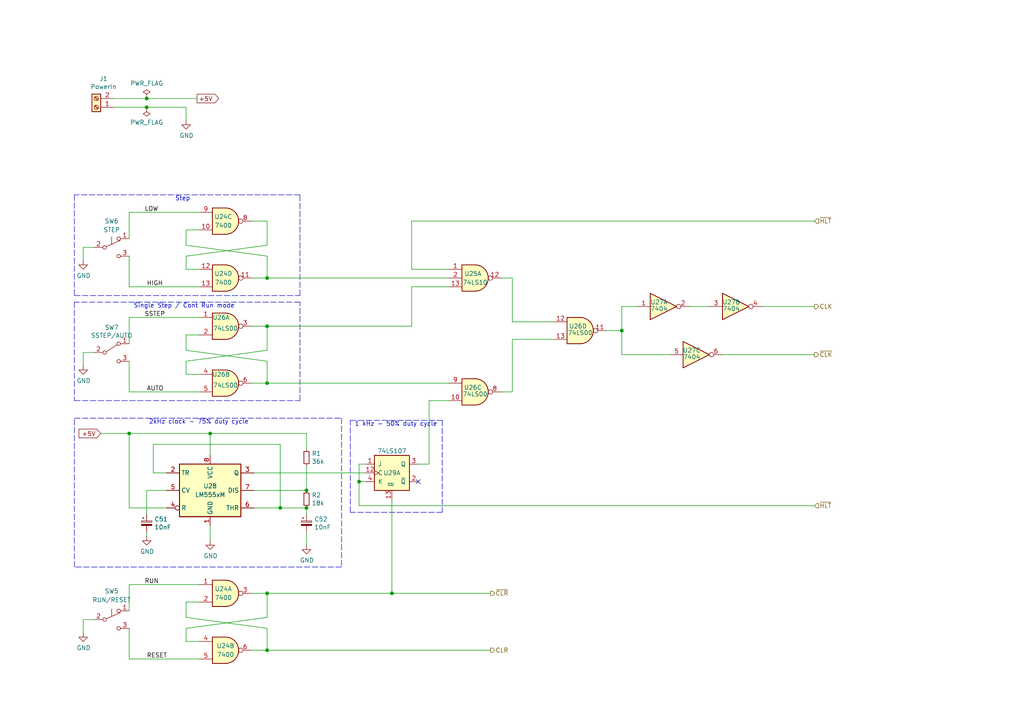
<source format=kicad_sch>
(kicad_sch (version 20211123) (generator eeschema)

  (uuid 7f9120cf-358c-43e0-9666-b6a850c1fed7)

  (paper "A4")

  (lib_symbols
    (symbol "74xx:7400" (pin_names (offset 1.016)) (in_bom yes) (on_board yes)
      (property "Reference" "U" (id 0) (at 0 1.27 0)
        (effects (font (size 1.27 1.27)))
      )
      (property "Value" "7400" (id 1) (at 0 -1.27 0)
        (effects (font (size 1.27 1.27)))
      )
      (property "Footprint" "" (id 2) (at 0 0 0)
        (effects (font (size 1.27 1.27)) hide)
      )
      (property "Datasheet" "http://www.ti.com/lit/gpn/sn7400" (id 3) (at 0 0 0)
        (effects (font (size 1.27 1.27)) hide)
      )
      (property "ki_locked" "" (id 4) (at 0 0 0)
        (effects (font (size 1.27 1.27)))
      )
      (property "ki_keywords" "TTL nand 2-input" (id 5) (at 0 0 0)
        (effects (font (size 1.27 1.27)) hide)
      )
      (property "ki_description" "quad 2-input NAND gate" (id 6) (at 0 0 0)
        (effects (font (size 1.27 1.27)) hide)
      )
      (property "ki_fp_filters" "DIP*W7.62mm* SO14*" (id 7) (at 0 0 0)
        (effects (font (size 1.27 1.27)) hide)
      )
      (symbol "7400_1_1"
        (arc (start 0 -3.81) (mid 3.81 0) (end 0 3.81)
          (stroke (width 0.254) (type default) (color 0 0 0 0))
          (fill (type background))
        )
        (polyline
          (pts
            (xy 0 3.81)
            (xy -3.81 3.81)
            (xy -3.81 -3.81)
            (xy 0 -3.81)
          )
          (stroke (width 0.254) (type default) (color 0 0 0 0))
          (fill (type background))
        )
        (pin input line (at -7.62 2.54 0) (length 3.81)
          (name "~" (effects (font (size 1.27 1.27))))
          (number "1" (effects (font (size 1.27 1.27))))
        )
        (pin input line (at -7.62 -2.54 0) (length 3.81)
          (name "~" (effects (font (size 1.27 1.27))))
          (number "2" (effects (font (size 1.27 1.27))))
        )
        (pin output inverted (at 7.62 0 180) (length 3.81)
          (name "~" (effects (font (size 1.27 1.27))))
          (number "3" (effects (font (size 1.27 1.27))))
        )
      )
      (symbol "7400_1_2"
        (arc (start -3.81 -3.81) (mid -2.589 0) (end -3.81 3.81)
          (stroke (width 0.254) (type default) (color 0 0 0 0))
          (fill (type none))
        )
        (arc (start -0.6096 -3.81) (mid 2.1842 -2.5851) (end 3.81 0)
          (stroke (width 0.254) (type default) (color 0 0 0 0))
          (fill (type background))
        )
        (polyline
          (pts
            (xy -3.81 -3.81)
            (xy -0.635 -3.81)
          )
          (stroke (width 0.254) (type default) (color 0 0 0 0))
          (fill (type background))
        )
        (polyline
          (pts
            (xy -3.81 3.81)
            (xy -0.635 3.81)
          )
          (stroke (width 0.254) (type default) (color 0 0 0 0))
          (fill (type background))
        )
        (polyline
          (pts
            (xy -0.635 3.81)
            (xy -3.81 3.81)
            (xy -3.81 3.81)
            (xy -3.556 3.4036)
            (xy -3.0226 2.2606)
            (xy -2.6924 1.0414)
            (xy -2.6162 -0.254)
            (xy -2.7686 -1.4986)
            (xy -3.175 -2.7178)
            (xy -3.81 -3.81)
            (xy -3.81 -3.81)
            (xy -0.635 -3.81)
          )
          (stroke (width -25.4) (type default) (color 0 0 0 0))
          (fill (type background))
        )
        (arc (start 3.81 0) (mid 2.1915 2.5936) (end -0.6096 3.81)
          (stroke (width 0.254) (type default) (color 0 0 0 0))
          (fill (type background))
        )
        (pin input inverted (at -7.62 2.54 0) (length 4.318)
          (name "~" (effects (font (size 1.27 1.27))))
          (number "1" (effects (font (size 1.27 1.27))))
        )
        (pin input inverted (at -7.62 -2.54 0) (length 4.318)
          (name "~" (effects (font (size 1.27 1.27))))
          (number "2" (effects (font (size 1.27 1.27))))
        )
        (pin output line (at 7.62 0 180) (length 3.81)
          (name "~" (effects (font (size 1.27 1.27))))
          (number "3" (effects (font (size 1.27 1.27))))
        )
      )
      (symbol "7400_2_1"
        (arc (start 0 -3.81) (mid 3.81 0) (end 0 3.81)
          (stroke (width 0.254) (type default) (color 0 0 0 0))
          (fill (type background))
        )
        (polyline
          (pts
            (xy 0 3.81)
            (xy -3.81 3.81)
            (xy -3.81 -3.81)
            (xy 0 -3.81)
          )
          (stroke (width 0.254) (type default) (color 0 0 0 0))
          (fill (type background))
        )
        (pin input line (at -7.62 2.54 0) (length 3.81)
          (name "~" (effects (font (size 1.27 1.27))))
          (number "4" (effects (font (size 1.27 1.27))))
        )
        (pin input line (at -7.62 -2.54 0) (length 3.81)
          (name "~" (effects (font (size 1.27 1.27))))
          (number "5" (effects (font (size 1.27 1.27))))
        )
        (pin output inverted (at 7.62 0 180) (length 3.81)
          (name "~" (effects (font (size 1.27 1.27))))
          (number "6" (effects (font (size 1.27 1.27))))
        )
      )
      (symbol "7400_2_2"
        (arc (start -3.81 -3.81) (mid -2.589 0) (end -3.81 3.81)
          (stroke (width 0.254) (type default) (color 0 0 0 0))
          (fill (type none))
        )
        (arc (start -0.6096 -3.81) (mid 2.1842 -2.5851) (end 3.81 0)
          (stroke (width 0.254) (type default) (color 0 0 0 0))
          (fill (type background))
        )
        (polyline
          (pts
            (xy -3.81 -3.81)
            (xy -0.635 -3.81)
          )
          (stroke (width 0.254) (type default) (color 0 0 0 0))
          (fill (type background))
        )
        (polyline
          (pts
            (xy -3.81 3.81)
            (xy -0.635 3.81)
          )
          (stroke (width 0.254) (type default) (color 0 0 0 0))
          (fill (type background))
        )
        (polyline
          (pts
            (xy -0.635 3.81)
            (xy -3.81 3.81)
            (xy -3.81 3.81)
            (xy -3.556 3.4036)
            (xy -3.0226 2.2606)
            (xy -2.6924 1.0414)
            (xy -2.6162 -0.254)
            (xy -2.7686 -1.4986)
            (xy -3.175 -2.7178)
            (xy -3.81 -3.81)
            (xy -3.81 -3.81)
            (xy -0.635 -3.81)
          )
          (stroke (width -25.4) (type default) (color 0 0 0 0))
          (fill (type background))
        )
        (arc (start 3.81 0) (mid 2.1915 2.5936) (end -0.6096 3.81)
          (stroke (width 0.254) (type default) (color 0 0 0 0))
          (fill (type background))
        )
        (pin input inverted (at -7.62 2.54 0) (length 4.318)
          (name "~" (effects (font (size 1.27 1.27))))
          (number "4" (effects (font (size 1.27 1.27))))
        )
        (pin input inverted (at -7.62 -2.54 0) (length 4.318)
          (name "~" (effects (font (size 1.27 1.27))))
          (number "5" (effects (font (size 1.27 1.27))))
        )
        (pin output line (at 7.62 0 180) (length 3.81)
          (name "~" (effects (font (size 1.27 1.27))))
          (number "6" (effects (font (size 1.27 1.27))))
        )
      )
      (symbol "7400_3_1"
        (arc (start 0 -3.81) (mid 3.81 0) (end 0 3.81)
          (stroke (width 0.254) (type default) (color 0 0 0 0))
          (fill (type background))
        )
        (polyline
          (pts
            (xy 0 3.81)
            (xy -3.81 3.81)
            (xy -3.81 -3.81)
            (xy 0 -3.81)
          )
          (stroke (width 0.254) (type default) (color 0 0 0 0))
          (fill (type background))
        )
        (pin input line (at -7.62 -2.54 0) (length 3.81)
          (name "~" (effects (font (size 1.27 1.27))))
          (number "10" (effects (font (size 1.27 1.27))))
        )
        (pin output inverted (at 7.62 0 180) (length 3.81)
          (name "~" (effects (font (size 1.27 1.27))))
          (number "8" (effects (font (size 1.27 1.27))))
        )
        (pin input line (at -7.62 2.54 0) (length 3.81)
          (name "~" (effects (font (size 1.27 1.27))))
          (number "9" (effects (font (size 1.27 1.27))))
        )
      )
      (symbol "7400_3_2"
        (arc (start -3.81 -3.81) (mid -2.589 0) (end -3.81 3.81)
          (stroke (width 0.254) (type default) (color 0 0 0 0))
          (fill (type none))
        )
        (arc (start -0.6096 -3.81) (mid 2.1842 -2.5851) (end 3.81 0)
          (stroke (width 0.254) (type default) (color 0 0 0 0))
          (fill (type background))
        )
        (polyline
          (pts
            (xy -3.81 -3.81)
            (xy -0.635 -3.81)
          )
          (stroke (width 0.254) (type default) (color 0 0 0 0))
          (fill (type background))
        )
        (polyline
          (pts
            (xy -3.81 3.81)
            (xy -0.635 3.81)
          )
          (stroke (width 0.254) (type default) (color 0 0 0 0))
          (fill (type background))
        )
        (polyline
          (pts
            (xy -0.635 3.81)
            (xy -3.81 3.81)
            (xy -3.81 3.81)
            (xy -3.556 3.4036)
            (xy -3.0226 2.2606)
            (xy -2.6924 1.0414)
            (xy -2.6162 -0.254)
            (xy -2.7686 -1.4986)
            (xy -3.175 -2.7178)
            (xy -3.81 -3.81)
            (xy -3.81 -3.81)
            (xy -0.635 -3.81)
          )
          (stroke (width -25.4) (type default) (color 0 0 0 0))
          (fill (type background))
        )
        (arc (start 3.81 0) (mid 2.1915 2.5936) (end -0.6096 3.81)
          (stroke (width 0.254) (type default) (color 0 0 0 0))
          (fill (type background))
        )
        (pin input inverted (at -7.62 -2.54 0) (length 4.318)
          (name "~" (effects (font (size 1.27 1.27))))
          (number "10" (effects (font (size 1.27 1.27))))
        )
        (pin output line (at 7.62 0 180) (length 3.81)
          (name "~" (effects (font (size 1.27 1.27))))
          (number "8" (effects (font (size 1.27 1.27))))
        )
        (pin input inverted (at -7.62 2.54 0) (length 4.318)
          (name "~" (effects (font (size 1.27 1.27))))
          (number "9" (effects (font (size 1.27 1.27))))
        )
      )
      (symbol "7400_4_1"
        (arc (start 0 -3.81) (mid 3.81 0) (end 0 3.81)
          (stroke (width 0.254) (type default) (color 0 0 0 0))
          (fill (type background))
        )
        (polyline
          (pts
            (xy 0 3.81)
            (xy -3.81 3.81)
            (xy -3.81 -3.81)
            (xy 0 -3.81)
          )
          (stroke (width 0.254) (type default) (color 0 0 0 0))
          (fill (type background))
        )
        (pin output inverted (at 7.62 0 180) (length 3.81)
          (name "~" (effects (font (size 1.27 1.27))))
          (number "11" (effects (font (size 1.27 1.27))))
        )
        (pin input line (at -7.62 2.54 0) (length 3.81)
          (name "~" (effects (font (size 1.27 1.27))))
          (number "12" (effects (font (size 1.27 1.27))))
        )
        (pin input line (at -7.62 -2.54 0) (length 3.81)
          (name "~" (effects (font (size 1.27 1.27))))
          (number "13" (effects (font (size 1.27 1.27))))
        )
      )
      (symbol "7400_4_2"
        (arc (start -3.81 -3.81) (mid -2.589 0) (end -3.81 3.81)
          (stroke (width 0.254) (type default) (color 0 0 0 0))
          (fill (type none))
        )
        (arc (start -0.6096 -3.81) (mid 2.1842 -2.5851) (end 3.81 0)
          (stroke (width 0.254) (type default) (color 0 0 0 0))
          (fill (type background))
        )
        (polyline
          (pts
            (xy -3.81 -3.81)
            (xy -0.635 -3.81)
          )
          (stroke (width 0.254) (type default) (color 0 0 0 0))
          (fill (type background))
        )
        (polyline
          (pts
            (xy -3.81 3.81)
            (xy -0.635 3.81)
          )
          (stroke (width 0.254) (type default) (color 0 0 0 0))
          (fill (type background))
        )
        (polyline
          (pts
            (xy -0.635 3.81)
            (xy -3.81 3.81)
            (xy -3.81 3.81)
            (xy -3.556 3.4036)
            (xy -3.0226 2.2606)
            (xy -2.6924 1.0414)
            (xy -2.6162 -0.254)
            (xy -2.7686 -1.4986)
            (xy -3.175 -2.7178)
            (xy -3.81 -3.81)
            (xy -3.81 -3.81)
            (xy -0.635 -3.81)
          )
          (stroke (width -25.4) (type default) (color 0 0 0 0))
          (fill (type background))
        )
        (arc (start 3.81 0) (mid 2.1915 2.5936) (end -0.6096 3.81)
          (stroke (width 0.254) (type default) (color 0 0 0 0))
          (fill (type background))
        )
        (pin output line (at 7.62 0 180) (length 3.81)
          (name "~" (effects (font (size 1.27 1.27))))
          (number "11" (effects (font (size 1.27 1.27))))
        )
        (pin input inverted (at -7.62 2.54 0) (length 4.318)
          (name "~" (effects (font (size 1.27 1.27))))
          (number "12" (effects (font (size 1.27 1.27))))
        )
        (pin input inverted (at -7.62 -2.54 0) (length 4.318)
          (name "~" (effects (font (size 1.27 1.27))))
          (number "13" (effects (font (size 1.27 1.27))))
        )
      )
      (symbol "7400_5_0"
        (pin power_in line (at 0 12.7 270) (length 5.08)
          (name "VCC" (effects (font (size 1.27 1.27))))
          (number "14" (effects (font (size 1.27 1.27))))
        )
        (pin power_in line (at 0 -12.7 90) (length 5.08)
          (name "GND" (effects (font (size 1.27 1.27))))
          (number "7" (effects (font (size 1.27 1.27))))
        )
      )
      (symbol "7400_5_1"
        (rectangle (start -5.08 7.62) (end 5.08 -7.62)
          (stroke (width 0.254) (type default) (color 0 0 0 0))
          (fill (type background))
        )
      )
    )
    (symbol "74xx:74LS00" (pin_names (offset 1.016)) (in_bom yes) (on_board yes)
      (property "Reference" "U" (id 0) (at 0 1.27 0)
        (effects (font (size 1.27 1.27)))
      )
      (property "Value" "74LS00" (id 1) (at 0 -1.27 0)
        (effects (font (size 1.27 1.27)))
      )
      (property "Footprint" "" (id 2) (at 0 0 0)
        (effects (font (size 1.27 1.27)) hide)
      )
      (property "Datasheet" "http://www.ti.com/lit/gpn/sn74ls00" (id 3) (at 0 0 0)
        (effects (font (size 1.27 1.27)) hide)
      )
      (property "ki_locked" "" (id 4) (at 0 0 0)
        (effects (font (size 1.27 1.27)))
      )
      (property "ki_keywords" "TTL nand 2-input" (id 5) (at 0 0 0)
        (effects (font (size 1.27 1.27)) hide)
      )
      (property "ki_description" "quad 2-input NAND gate" (id 6) (at 0 0 0)
        (effects (font (size 1.27 1.27)) hide)
      )
      (property "ki_fp_filters" "DIP*W7.62mm* SO14*" (id 7) (at 0 0 0)
        (effects (font (size 1.27 1.27)) hide)
      )
      (symbol "74LS00_1_1"
        (arc (start 0 -3.81) (mid 3.81 0) (end 0 3.81)
          (stroke (width 0.254) (type default) (color 0 0 0 0))
          (fill (type background))
        )
        (polyline
          (pts
            (xy 0 3.81)
            (xy -3.81 3.81)
            (xy -3.81 -3.81)
            (xy 0 -3.81)
          )
          (stroke (width 0.254) (type default) (color 0 0 0 0))
          (fill (type background))
        )
        (pin input line (at -7.62 2.54 0) (length 3.81)
          (name "~" (effects (font (size 1.27 1.27))))
          (number "1" (effects (font (size 1.27 1.27))))
        )
        (pin input line (at -7.62 -2.54 0) (length 3.81)
          (name "~" (effects (font (size 1.27 1.27))))
          (number "2" (effects (font (size 1.27 1.27))))
        )
        (pin output inverted (at 7.62 0 180) (length 3.81)
          (name "~" (effects (font (size 1.27 1.27))))
          (number "3" (effects (font (size 1.27 1.27))))
        )
      )
      (symbol "74LS00_1_2"
        (arc (start -3.81 -3.81) (mid -2.589 0) (end -3.81 3.81)
          (stroke (width 0.254) (type default) (color 0 0 0 0))
          (fill (type none))
        )
        (arc (start -0.6096 -3.81) (mid 2.1842 -2.5851) (end 3.81 0)
          (stroke (width 0.254) (type default) (color 0 0 0 0))
          (fill (type background))
        )
        (polyline
          (pts
            (xy -3.81 -3.81)
            (xy -0.635 -3.81)
          )
          (stroke (width 0.254) (type default) (color 0 0 0 0))
          (fill (type background))
        )
        (polyline
          (pts
            (xy -3.81 3.81)
            (xy -0.635 3.81)
          )
          (stroke (width 0.254) (type default) (color 0 0 0 0))
          (fill (type background))
        )
        (polyline
          (pts
            (xy -0.635 3.81)
            (xy -3.81 3.81)
            (xy -3.81 3.81)
            (xy -3.556 3.4036)
            (xy -3.0226 2.2606)
            (xy -2.6924 1.0414)
            (xy -2.6162 -0.254)
            (xy -2.7686 -1.4986)
            (xy -3.175 -2.7178)
            (xy -3.81 -3.81)
            (xy -3.81 -3.81)
            (xy -0.635 -3.81)
          )
          (stroke (width -25.4) (type default) (color 0 0 0 0))
          (fill (type background))
        )
        (arc (start 3.81 0) (mid 2.1915 2.5936) (end -0.6096 3.81)
          (stroke (width 0.254) (type default) (color 0 0 0 0))
          (fill (type background))
        )
        (pin input inverted (at -7.62 2.54 0) (length 4.318)
          (name "~" (effects (font (size 1.27 1.27))))
          (number "1" (effects (font (size 1.27 1.27))))
        )
        (pin input inverted (at -7.62 -2.54 0) (length 4.318)
          (name "~" (effects (font (size 1.27 1.27))))
          (number "2" (effects (font (size 1.27 1.27))))
        )
        (pin output line (at 7.62 0 180) (length 3.81)
          (name "~" (effects (font (size 1.27 1.27))))
          (number "3" (effects (font (size 1.27 1.27))))
        )
      )
      (symbol "74LS00_2_1"
        (arc (start 0 -3.81) (mid 3.81 0) (end 0 3.81)
          (stroke (width 0.254) (type default) (color 0 0 0 0))
          (fill (type background))
        )
        (polyline
          (pts
            (xy 0 3.81)
            (xy -3.81 3.81)
            (xy -3.81 -3.81)
            (xy 0 -3.81)
          )
          (stroke (width 0.254) (type default) (color 0 0 0 0))
          (fill (type background))
        )
        (pin input line (at -7.62 2.54 0) (length 3.81)
          (name "~" (effects (font (size 1.27 1.27))))
          (number "4" (effects (font (size 1.27 1.27))))
        )
        (pin input line (at -7.62 -2.54 0) (length 3.81)
          (name "~" (effects (font (size 1.27 1.27))))
          (number "5" (effects (font (size 1.27 1.27))))
        )
        (pin output inverted (at 7.62 0 180) (length 3.81)
          (name "~" (effects (font (size 1.27 1.27))))
          (number "6" (effects (font (size 1.27 1.27))))
        )
      )
      (symbol "74LS00_2_2"
        (arc (start -3.81 -3.81) (mid -2.589 0) (end -3.81 3.81)
          (stroke (width 0.254) (type default) (color 0 0 0 0))
          (fill (type none))
        )
        (arc (start -0.6096 -3.81) (mid 2.1842 -2.5851) (end 3.81 0)
          (stroke (width 0.254) (type default) (color 0 0 0 0))
          (fill (type background))
        )
        (polyline
          (pts
            (xy -3.81 -3.81)
            (xy -0.635 -3.81)
          )
          (stroke (width 0.254) (type default) (color 0 0 0 0))
          (fill (type background))
        )
        (polyline
          (pts
            (xy -3.81 3.81)
            (xy -0.635 3.81)
          )
          (stroke (width 0.254) (type default) (color 0 0 0 0))
          (fill (type background))
        )
        (polyline
          (pts
            (xy -0.635 3.81)
            (xy -3.81 3.81)
            (xy -3.81 3.81)
            (xy -3.556 3.4036)
            (xy -3.0226 2.2606)
            (xy -2.6924 1.0414)
            (xy -2.6162 -0.254)
            (xy -2.7686 -1.4986)
            (xy -3.175 -2.7178)
            (xy -3.81 -3.81)
            (xy -3.81 -3.81)
            (xy -0.635 -3.81)
          )
          (stroke (width -25.4) (type default) (color 0 0 0 0))
          (fill (type background))
        )
        (arc (start 3.81 0) (mid 2.1915 2.5936) (end -0.6096 3.81)
          (stroke (width 0.254) (type default) (color 0 0 0 0))
          (fill (type background))
        )
        (pin input inverted (at -7.62 2.54 0) (length 4.318)
          (name "~" (effects (font (size 1.27 1.27))))
          (number "4" (effects (font (size 1.27 1.27))))
        )
        (pin input inverted (at -7.62 -2.54 0) (length 4.318)
          (name "~" (effects (font (size 1.27 1.27))))
          (number "5" (effects (font (size 1.27 1.27))))
        )
        (pin output line (at 7.62 0 180) (length 3.81)
          (name "~" (effects (font (size 1.27 1.27))))
          (number "6" (effects (font (size 1.27 1.27))))
        )
      )
      (symbol "74LS00_3_1"
        (arc (start 0 -3.81) (mid 3.81 0) (end 0 3.81)
          (stroke (width 0.254) (type default) (color 0 0 0 0))
          (fill (type background))
        )
        (polyline
          (pts
            (xy 0 3.81)
            (xy -3.81 3.81)
            (xy -3.81 -3.81)
            (xy 0 -3.81)
          )
          (stroke (width 0.254) (type default) (color 0 0 0 0))
          (fill (type background))
        )
        (pin input line (at -7.62 -2.54 0) (length 3.81)
          (name "~" (effects (font (size 1.27 1.27))))
          (number "10" (effects (font (size 1.27 1.27))))
        )
        (pin output inverted (at 7.62 0 180) (length 3.81)
          (name "~" (effects (font (size 1.27 1.27))))
          (number "8" (effects (font (size 1.27 1.27))))
        )
        (pin input line (at -7.62 2.54 0) (length 3.81)
          (name "~" (effects (font (size 1.27 1.27))))
          (number "9" (effects (font (size 1.27 1.27))))
        )
      )
      (symbol "74LS00_3_2"
        (arc (start -3.81 -3.81) (mid -2.589 0) (end -3.81 3.81)
          (stroke (width 0.254) (type default) (color 0 0 0 0))
          (fill (type none))
        )
        (arc (start -0.6096 -3.81) (mid 2.1842 -2.5851) (end 3.81 0)
          (stroke (width 0.254) (type default) (color 0 0 0 0))
          (fill (type background))
        )
        (polyline
          (pts
            (xy -3.81 -3.81)
            (xy -0.635 -3.81)
          )
          (stroke (width 0.254) (type default) (color 0 0 0 0))
          (fill (type background))
        )
        (polyline
          (pts
            (xy -3.81 3.81)
            (xy -0.635 3.81)
          )
          (stroke (width 0.254) (type default) (color 0 0 0 0))
          (fill (type background))
        )
        (polyline
          (pts
            (xy -0.635 3.81)
            (xy -3.81 3.81)
            (xy -3.81 3.81)
            (xy -3.556 3.4036)
            (xy -3.0226 2.2606)
            (xy -2.6924 1.0414)
            (xy -2.6162 -0.254)
            (xy -2.7686 -1.4986)
            (xy -3.175 -2.7178)
            (xy -3.81 -3.81)
            (xy -3.81 -3.81)
            (xy -0.635 -3.81)
          )
          (stroke (width -25.4) (type default) (color 0 0 0 0))
          (fill (type background))
        )
        (arc (start 3.81 0) (mid 2.1915 2.5936) (end -0.6096 3.81)
          (stroke (width 0.254) (type default) (color 0 0 0 0))
          (fill (type background))
        )
        (pin input inverted (at -7.62 -2.54 0) (length 4.318)
          (name "~" (effects (font (size 1.27 1.27))))
          (number "10" (effects (font (size 1.27 1.27))))
        )
        (pin output line (at 7.62 0 180) (length 3.81)
          (name "~" (effects (font (size 1.27 1.27))))
          (number "8" (effects (font (size 1.27 1.27))))
        )
        (pin input inverted (at -7.62 2.54 0) (length 4.318)
          (name "~" (effects (font (size 1.27 1.27))))
          (number "9" (effects (font (size 1.27 1.27))))
        )
      )
      (symbol "74LS00_4_1"
        (arc (start 0 -3.81) (mid 3.81 0) (end 0 3.81)
          (stroke (width 0.254) (type default) (color 0 0 0 0))
          (fill (type background))
        )
        (polyline
          (pts
            (xy 0 3.81)
            (xy -3.81 3.81)
            (xy -3.81 -3.81)
            (xy 0 -3.81)
          )
          (stroke (width 0.254) (type default) (color 0 0 0 0))
          (fill (type background))
        )
        (pin output inverted (at 7.62 0 180) (length 3.81)
          (name "~" (effects (font (size 1.27 1.27))))
          (number "11" (effects (font (size 1.27 1.27))))
        )
        (pin input line (at -7.62 2.54 0) (length 3.81)
          (name "~" (effects (font (size 1.27 1.27))))
          (number "12" (effects (font (size 1.27 1.27))))
        )
        (pin input line (at -7.62 -2.54 0) (length 3.81)
          (name "~" (effects (font (size 1.27 1.27))))
          (number "13" (effects (font (size 1.27 1.27))))
        )
      )
      (symbol "74LS00_4_2"
        (arc (start -3.81 -3.81) (mid -2.589 0) (end -3.81 3.81)
          (stroke (width 0.254) (type default) (color 0 0 0 0))
          (fill (type none))
        )
        (arc (start -0.6096 -3.81) (mid 2.1842 -2.5851) (end 3.81 0)
          (stroke (width 0.254) (type default) (color 0 0 0 0))
          (fill (type background))
        )
        (polyline
          (pts
            (xy -3.81 -3.81)
            (xy -0.635 -3.81)
          )
          (stroke (width 0.254) (type default) (color 0 0 0 0))
          (fill (type background))
        )
        (polyline
          (pts
            (xy -3.81 3.81)
            (xy -0.635 3.81)
          )
          (stroke (width 0.254) (type default) (color 0 0 0 0))
          (fill (type background))
        )
        (polyline
          (pts
            (xy -0.635 3.81)
            (xy -3.81 3.81)
            (xy -3.81 3.81)
            (xy -3.556 3.4036)
            (xy -3.0226 2.2606)
            (xy -2.6924 1.0414)
            (xy -2.6162 -0.254)
            (xy -2.7686 -1.4986)
            (xy -3.175 -2.7178)
            (xy -3.81 -3.81)
            (xy -3.81 -3.81)
            (xy -0.635 -3.81)
          )
          (stroke (width -25.4) (type default) (color 0 0 0 0))
          (fill (type background))
        )
        (arc (start 3.81 0) (mid 2.1915 2.5936) (end -0.6096 3.81)
          (stroke (width 0.254) (type default) (color 0 0 0 0))
          (fill (type background))
        )
        (pin output line (at 7.62 0 180) (length 3.81)
          (name "~" (effects (font (size 1.27 1.27))))
          (number "11" (effects (font (size 1.27 1.27))))
        )
        (pin input inverted (at -7.62 2.54 0) (length 4.318)
          (name "~" (effects (font (size 1.27 1.27))))
          (number "12" (effects (font (size 1.27 1.27))))
        )
        (pin input inverted (at -7.62 -2.54 0) (length 4.318)
          (name "~" (effects (font (size 1.27 1.27))))
          (number "13" (effects (font (size 1.27 1.27))))
        )
      )
      (symbol "74LS00_5_0"
        (pin power_in line (at 0 12.7 270) (length 5.08)
          (name "VCC" (effects (font (size 1.27 1.27))))
          (number "14" (effects (font (size 1.27 1.27))))
        )
        (pin power_in line (at 0 -12.7 90) (length 5.08)
          (name "GND" (effects (font (size 1.27 1.27))))
          (number "7" (effects (font (size 1.27 1.27))))
        )
      )
      (symbol "74LS00_5_1"
        (rectangle (start -5.08 7.62) (end 5.08 -7.62)
          (stroke (width 0.254) (type default) (color 0 0 0 0))
          (fill (type background))
        )
      )
    )
    (symbol "74xx:74LS04" (in_bom yes) (on_board yes)
      (property "Reference" "U" (id 0) (at 0 1.27 0)
        (effects (font (size 1.27 1.27)))
      )
      (property "Value" "74LS04" (id 1) (at 0 -1.27 0)
        (effects (font (size 1.27 1.27)))
      )
      (property "Footprint" "" (id 2) (at 0 0 0)
        (effects (font (size 1.27 1.27)) hide)
      )
      (property "Datasheet" "http://www.ti.com/lit/gpn/sn74LS04" (id 3) (at 0 0 0)
        (effects (font (size 1.27 1.27)) hide)
      )
      (property "ki_locked" "" (id 4) (at 0 0 0)
        (effects (font (size 1.27 1.27)))
      )
      (property "ki_keywords" "TTL not inv" (id 5) (at 0 0 0)
        (effects (font (size 1.27 1.27)) hide)
      )
      (property "ki_description" "Hex Inverter" (id 6) (at 0 0 0)
        (effects (font (size 1.27 1.27)) hide)
      )
      (property "ki_fp_filters" "DIP*W7.62mm* SSOP?14* TSSOP?14*" (id 7) (at 0 0 0)
        (effects (font (size 1.27 1.27)) hide)
      )
      (symbol "74LS04_1_0"
        (polyline
          (pts
            (xy -3.81 3.81)
            (xy -3.81 -3.81)
            (xy 3.81 0)
            (xy -3.81 3.81)
          )
          (stroke (width 0.254) (type default) (color 0 0 0 0))
          (fill (type background))
        )
        (pin input line (at -7.62 0 0) (length 3.81)
          (name "~" (effects (font (size 1.27 1.27))))
          (number "1" (effects (font (size 1.27 1.27))))
        )
        (pin output inverted (at 7.62 0 180) (length 3.81)
          (name "~" (effects (font (size 1.27 1.27))))
          (number "2" (effects (font (size 1.27 1.27))))
        )
      )
      (symbol "74LS04_2_0"
        (polyline
          (pts
            (xy -3.81 3.81)
            (xy -3.81 -3.81)
            (xy 3.81 0)
            (xy -3.81 3.81)
          )
          (stroke (width 0.254) (type default) (color 0 0 0 0))
          (fill (type background))
        )
        (pin input line (at -7.62 0 0) (length 3.81)
          (name "~" (effects (font (size 1.27 1.27))))
          (number "3" (effects (font (size 1.27 1.27))))
        )
        (pin output inverted (at 7.62 0 180) (length 3.81)
          (name "~" (effects (font (size 1.27 1.27))))
          (number "4" (effects (font (size 1.27 1.27))))
        )
      )
      (symbol "74LS04_3_0"
        (polyline
          (pts
            (xy -3.81 3.81)
            (xy -3.81 -3.81)
            (xy 3.81 0)
            (xy -3.81 3.81)
          )
          (stroke (width 0.254) (type default) (color 0 0 0 0))
          (fill (type background))
        )
        (pin input line (at -7.62 0 0) (length 3.81)
          (name "~" (effects (font (size 1.27 1.27))))
          (number "5" (effects (font (size 1.27 1.27))))
        )
        (pin output inverted (at 7.62 0 180) (length 3.81)
          (name "~" (effects (font (size 1.27 1.27))))
          (number "6" (effects (font (size 1.27 1.27))))
        )
      )
      (symbol "74LS04_4_0"
        (polyline
          (pts
            (xy -3.81 3.81)
            (xy -3.81 -3.81)
            (xy 3.81 0)
            (xy -3.81 3.81)
          )
          (stroke (width 0.254) (type default) (color 0 0 0 0))
          (fill (type background))
        )
        (pin output inverted (at 7.62 0 180) (length 3.81)
          (name "~" (effects (font (size 1.27 1.27))))
          (number "8" (effects (font (size 1.27 1.27))))
        )
        (pin input line (at -7.62 0 0) (length 3.81)
          (name "~" (effects (font (size 1.27 1.27))))
          (number "9" (effects (font (size 1.27 1.27))))
        )
      )
      (symbol "74LS04_5_0"
        (polyline
          (pts
            (xy -3.81 3.81)
            (xy -3.81 -3.81)
            (xy 3.81 0)
            (xy -3.81 3.81)
          )
          (stroke (width 0.254) (type default) (color 0 0 0 0))
          (fill (type background))
        )
        (pin output inverted (at 7.62 0 180) (length 3.81)
          (name "~" (effects (font (size 1.27 1.27))))
          (number "10" (effects (font (size 1.27 1.27))))
        )
        (pin input line (at -7.62 0 0) (length 3.81)
          (name "~" (effects (font (size 1.27 1.27))))
          (number "11" (effects (font (size 1.27 1.27))))
        )
      )
      (symbol "74LS04_6_0"
        (polyline
          (pts
            (xy -3.81 3.81)
            (xy -3.81 -3.81)
            (xy 3.81 0)
            (xy -3.81 3.81)
          )
          (stroke (width 0.254) (type default) (color 0 0 0 0))
          (fill (type background))
        )
        (pin output inverted (at 7.62 0 180) (length 3.81)
          (name "~" (effects (font (size 1.27 1.27))))
          (number "12" (effects (font (size 1.27 1.27))))
        )
        (pin input line (at -7.62 0 0) (length 3.81)
          (name "~" (effects (font (size 1.27 1.27))))
          (number "13" (effects (font (size 1.27 1.27))))
        )
      )
      (symbol "74LS04_7_0"
        (pin power_in line (at 0 12.7 270) (length 5.08)
          (name "VCC" (effects (font (size 1.27 1.27))))
          (number "14" (effects (font (size 1.27 1.27))))
        )
        (pin power_in line (at 0 -12.7 90) (length 5.08)
          (name "GND" (effects (font (size 1.27 1.27))))
          (number "7" (effects (font (size 1.27 1.27))))
        )
      )
      (symbol "74LS04_7_1"
        (rectangle (start -5.08 7.62) (end 5.08 -7.62)
          (stroke (width 0.254) (type default) (color 0 0 0 0))
          (fill (type background))
        )
      )
    )
    (symbol "74xx:74LS10" (pin_names (offset 1.016)) (in_bom yes) (on_board yes)
      (property "Reference" "U" (id 0) (at 0 1.27 0)
        (effects (font (size 1.27 1.27)))
      )
      (property "Value" "74LS10" (id 1) (at 0 -1.27 0)
        (effects (font (size 1.27 1.27)))
      )
      (property "Footprint" "" (id 2) (at 0 0 0)
        (effects (font (size 1.27 1.27)) hide)
      )
      (property "Datasheet" "http://www.ti.com/lit/gpn/sn74LS10" (id 3) (at 0 0 0)
        (effects (font (size 1.27 1.27)) hide)
      )
      (property "ki_locked" "" (id 4) (at 0 0 0)
        (effects (font (size 1.27 1.27)))
      )
      (property "ki_keywords" "TTL Nand3" (id 5) (at 0 0 0)
        (effects (font (size 1.27 1.27)) hide)
      )
      (property "ki_description" "Triple 3-input NAND" (id 6) (at 0 0 0)
        (effects (font (size 1.27 1.27)) hide)
      )
      (property "ki_fp_filters" "DIP*W7.62mm*" (id 7) (at 0 0 0)
        (effects (font (size 1.27 1.27)) hide)
      )
      (symbol "74LS10_1_1"
        (arc (start 0 -3.81) (mid 3.81 0) (end 0 3.81)
          (stroke (width 0.254) (type default) (color 0 0 0 0))
          (fill (type background))
        )
        (polyline
          (pts
            (xy 0 3.81)
            (xy -3.81 3.81)
            (xy -3.81 -3.81)
            (xy 0 -3.81)
          )
          (stroke (width 0.254) (type default) (color 0 0 0 0))
          (fill (type background))
        )
        (pin input line (at -7.62 2.54 0) (length 3.81)
          (name "~" (effects (font (size 1.27 1.27))))
          (number "1" (effects (font (size 1.27 1.27))))
        )
        (pin output inverted (at 7.62 0 180) (length 3.81)
          (name "~" (effects (font (size 1.27 1.27))))
          (number "12" (effects (font (size 1.27 1.27))))
        )
        (pin input line (at -7.62 -2.54 0) (length 3.81)
          (name "~" (effects (font (size 1.27 1.27))))
          (number "13" (effects (font (size 1.27 1.27))))
        )
        (pin input line (at -7.62 0 0) (length 3.81)
          (name "~" (effects (font (size 1.27 1.27))))
          (number "2" (effects (font (size 1.27 1.27))))
        )
      )
      (symbol "74LS10_1_2"
        (arc (start -3.81 -3.81) (mid -2.589 0) (end -3.81 3.81)
          (stroke (width 0.254) (type default) (color 0 0 0 0))
          (fill (type none))
        )
        (arc (start -0.6096 -3.81) (mid 2.1842 -2.5851) (end 3.81 0)
          (stroke (width 0.254) (type default) (color 0 0 0 0))
          (fill (type background))
        )
        (polyline
          (pts
            (xy -3.81 -3.81)
            (xy -0.635 -3.81)
          )
          (stroke (width 0.254) (type default) (color 0 0 0 0))
          (fill (type background))
        )
        (polyline
          (pts
            (xy -3.81 3.81)
            (xy -0.635 3.81)
          )
          (stroke (width 0.254) (type default) (color 0 0 0 0))
          (fill (type background))
        )
        (polyline
          (pts
            (xy -0.635 3.81)
            (xy -3.81 3.81)
            (xy -3.81 3.81)
            (xy -3.556 3.4036)
            (xy -3.0226 2.2606)
            (xy -2.6924 1.0414)
            (xy -2.6162 -0.254)
            (xy -2.7686 -1.4986)
            (xy -3.175 -2.7178)
            (xy -3.81 -3.81)
            (xy -3.81 -3.81)
            (xy -0.635 -3.81)
          )
          (stroke (width -25.4) (type default) (color 0 0 0 0))
          (fill (type background))
        )
        (arc (start 3.81 0) (mid 2.1915 2.5936) (end -0.6096 3.81)
          (stroke (width 0.254) (type default) (color 0 0 0 0))
          (fill (type background))
        )
        (pin input inverted (at -7.62 2.54 0) (length 4.318)
          (name "~" (effects (font (size 1.27 1.27))))
          (number "1" (effects (font (size 1.27 1.27))))
        )
        (pin output line (at 7.62 0 180) (length 3.81)
          (name "~" (effects (font (size 1.27 1.27))))
          (number "12" (effects (font (size 1.27 1.27))))
        )
        (pin input inverted (at -7.62 -2.54 0) (length 4.318)
          (name "~" (effects (font (size 1.27 1.27))))
          (number "13" (effects (font (size 1.27 1.27))))
        )
        (pin input inverted (at -7.62 0 0) (length 4.953)
          (name "~" (effects (font (size 1.27 1.27))))
          (number "2" (effects (font (size 1.27 1.27))))
        )
      )
      (symbol "74LS10_2_1"
        (arc (start 0 -3.81) (mid 3.81 0) (end 0 3.81)
          (stroke (width 0.254) (type default) (color 0 0 0 0))
          (fill (type background))
        )
        (polyline
          (pts
            (xy 0 3.81)
            (xy -3.81 3.81)
            (xy -3.81 -3.81)
            (xy 0 -3.81)
          )
          (stroke (width 0.254) (type default) (color 0 0 0 0))
          (fill (type background))
        )
        (pin input line (at -7.62 2.54 0) (length 3.81)
          (name "~" (effects (font (size 1.27 1.27))))
          (number "3" (effects (font (size 1.27 1.27))))
        )
        (pin input line (at -7.62 0 0) (length 3.81)
          (name "~" (effects (font (size 1.27 1.27))))
          (number "4" (effects (font (size 1.27 1.27))))
        )
        (pin input line (at -7.62 -2.54 0) (length 3.81)
          (name "~" (effects (font (size 1.27 1.27))))
          (number "5" (effects (font (size 1.27 1.27))))
        )
        (pin output inverted (at 7.62 0 180) (length 3.81)
          (name "~" (effects (font (size 1.27 1.27))))
          (number "6" (effects (font (size 1.27 1.27))))
        )
      )
      (symbol "74LS10_2_2"
        (arc (start -3.81 -3.81) (mid -2.589 0) (end -3.81 3.81)
          (stroke (width 0.254) (type default) (color 0 0 0 0))
          (fill (type none))
        )
        (arc (start -0.6096 -3.81) (mid 2.1842 -2.5851) (end 3.81 0)
          (stroke (width 0.254) (type default) (color 0 0 0 0))
          (fill (type background))
        )
        (polyline
          (pts
            (xy -3.81 -3.81)
            (xy -0.635 -3.81)
          )
          (stroke (width 0.254) (type default) (color 0 0 0 0))
          (fill (type background))
        )
        (polyline
          (pts
            (xy -3.81 3.81)
            (xy -0.635 3.81)
          )
          (stroke (width 0.254) (type default) (color 0 0 0 0))
          (fill (type background))
        )
        (polyline
          (pts
            (xy -0.635 3.81)
            (xy -3.81 3.81)
            (xy -3.81 3.81)
            (xy -3.556 3.4036)
            (xy -3.0226 2.2606)
            (xy -2.6924 1.0414)
            (xy -2.6162 -0.254)
            (xy -2.7686 -1.4986)
            (xy -3.175 -2.7178)
            (xy -3.81 -3.81)
            (xy -3.81 -3.81)
            (xy -0.635 -3.81)
          )
          (stroke (width -25.4) (type default) (color 0 0 0 0))
          (fill (type background))
        )
        (arc (start 3.81 0) (mid 2.1915 2.5936) (end -0.6096 3.81)
          (stroke (width 0.254) (type default) (color 0 0 0 0))
          (fill (type background))
        )
        (pin input inverted (at -7.62 2.54 0) (length 4.318)
          (name "~" (effects (font (size 1.27 1.27))))
          (number "3" (effects (font (size 1.27 1.27))))
        )
        (pin input inverted (at -7.62 0 0) (length 4.953)
          (name "~" (effects (font (size 1.27 1.27))))
          (number "4" (effects (font (size 1.27 1.27))))
        )
        (pin input inverted (at -7.62 -2.54 0) (length 4.318)
          (name "~" (effects (font (size 1.27 1.27))))
          (number "5" (effects (font (size 1.27 1.27))))
        )
        (pin output line (at 7.62 0 180) (length 3.81)
          (name "~" (effects (font (size 1.27 1.27))))
          (number "6" (effects (font (size 1.27 1.27))))
        )
      )
      (symbol "74LS10_3_1"
        (arc (start 0 -3.81) (mid 3.81 0) (end 0 3.81)
          (stroke (width 0.254) (type default) (color 0 0 0 0))
          (fill (type background))
        )
        (polyline
          (pts
            (xy 0 3.81)
            (xy -3.81 3.81)
            (xy -3.81 -3.81)
            (xy 0 -3.81)
          )
          (stroke (width 0.254) (type default) (color 0 0 0 0))
          (fill (type background))
        )
        (pin input line (at -7.62 0 0) (length 3.81)
          (name "~" (effects (font (size 1.27 1.27))))
          (number "10" (effects (font (size 1.27 1.27))))
        )
        (pin input line (at -7.62 -2.54 0) (length 3.81)
          (name "~" (effects (font (size 1.27 1.27))))
          (number "11" (effects (font (size 1.27 1.27))))
        )
        (pin output inverted (at 7.62 0 180) (length 3.81)
          (name "~" (effects (font (size 1.27 1.27))))
          (number "8" (effects (font (size 1.27 1.27))))
        )
        (pin input line (at -7.62 2.54 0) (length 3.81)
          (name "~" (effects (font (size 1.27 1.27))))
          (number "9" (effects (font (size 1.27 1.27))))
        )
      )
      (symbol "74LS10_3_2"
        (arc (start -3.81 -3.81) (mid -2.589 0) (end -3.81 3.81)
          (stroke (width 0.254) (type default) (color 0 0 0 0))
          (fill (type none))
        )
        (arc (start -0.6096 -3.81) (mid 2.1842 -2.5851) (end 3.81 0)
          (stroke (width 0.254) (type default) (color 0 0 0 0))
          (fill (type background))
        )
        (polyline
          (pts
            (xy -3.81 -3.81)
            (xy -0.635 -3.81)
          )
          (stroke (width 0.254) (type default) (color 0 0 0 0))
          (fill (type background))
        )
        (polyline
          (pts
            (xy -3.81 3.81)
            (xy -0.635 3.81)
          )
          (stroke (width 0.254) (type default) (color 0 0 0 0))
          (fill (type background))
        )
        (polyline
          (pts
            (xy -0.635 3.81)
            (xy -3.81 3.81)
            (xy -3.81 3.81)
            (xy -3.556 3.4036)
            (xy -3.0226 2.2606)
            (xy -2.6924 1.0414)
            (xy -2.6162 -0.254)
            (xy -2.7686 -1.4986)
            (xy -3.175 -2.7178)
            (xy -3.81 -3.81)
            (xy -3.81 -3.81)
            (xy -0.635 -3.81)
          )
          (stroke (width -25.4) (type default) (color 0 0 0 0))
          (fill (type background))
        )
        (arc (start 3.81 0) (mid 2.1915 2.5936) (end -0.6096 3.81)
          (stroke (width 0.254) (type default) (color 0 0 0 0))
          (fill (type background))
        )
        (pin input inverted (at -7.62 0 0) (length 4.953)
          (name "~" (effects (font (size 1.27 1.27))))
          (number "10" (effects (font (size 1.27 1.27))))
        )
        (pin input inverted (at -7.62 -2.54 0) (length 4.318)
          (name "~" (effects (font (size 1.27 1.27))))
          (number "11" (effects (font (size 1.27 1.27))))
        )
        (pin output line (at 7.62 0 180) (length 3.81)
          (name "~" (effects (font (size 1.27 1.27))))
          (number "8" (effects (font (size 1.27 1.27))))
        )
        (pin input inverted (at -7.62 2.54 0) (length 4.318)
          (name "~" (effects (font (size 1.27 1.27))))
          (number "9" (effects (font (size 1.27 1.27))))
        )
      )
      (symbol "74LS10_4_0"
        (pin power_in line (at 0 12.7 270) (length 5.08)
          (name "VCC" (effects (font (size 1.27 1.27))))
          (number "14" (effects (font (size 1.27 1.27))))
        )
        (pin power_in line (at 0 -12.7 90) (length 5.08)
          (name "GND" (effects (font (size 1.27 1.27))))
          (number "7" (effects (font (size 1.27 1.27))))
        )
      )
      (symbol "74LS10_4_1"
        (rectangle (start -5.08 7.62) (end 5.08 -7.62)
          (stroke (width 0.254) (type default) (color 0 0 0 0))
          (fill (type background))
        )
      )
    )
    (symbol "74xx:74LS107" (pin_names (offset 1.016)) (in_bom yes) (on_board yes)
      (property "Reference" "U" (id 0) (at -7.62 8.89 0)
        (effects (font (size 1.27 1.27)))
      )
      (property "Value" "74LS107" (id 1) (at -7.62 -8.89 0)
        (effects (font (size 1.27 1.27)))
      )
      (property "Footprint" "" (id 2) (at 0 0 0)
        (effects (font (size 1.27 1.27)) hide)
      )
      (property "Datasheet" "http://www.ti.com/lit/gpn/sn74LS107" (id 3) (at 0 0 0)
        (effects (font (size 1.27 1.27)) hide)
      )
      (property "ki_locked" "" (id 4) (at 0 0 0)
        (effects (font (size 1.27 1.27)))
      )
      (property "ki_keywords" "TTL JK" (id 5) (at 0 0 0)
        (effects (font (size 1.27 1.27)) hide)
      )
      (property "ki_description" "Dual JK Flip-Flop, reset" (id 6) (at 0 0 0)
        (effects (font (size 1.27 1.27)) hide)
      )
      (property "ki_fp_filters" "DIP*W7.62mm*" (id 7) (at 0 0 0)
        (effects (font (size 1.27 1.27)) hide)
      )
      (symbol "74LS107_1_0"
        (pin input line (at -7.62 2.54 0) (length 2.54)
          (name "J" (effects (font (size 1.27 1.27))))
          (number "1" (effects (font (size 1.27 1.27))))
        )
        (pin input clock (at -7.62 0 0) (length 2.54)
          (name "C" (effects (font (size 1.27 1.27))))
          (number "12" (effects (font (size 1.27 1.27))))
        )
        (pin input line (at 0 -7.62 90) (length 2.54)
          (name "~{R}" (effects (font (size 1.27 1.27))))
          (number "13" (effects (font (size 1.27 1.27))))
        )
        (pin output line (at 7.62 -2.54 180) (length 2.54)
          (name "~{Q}" (effects (font (size 1.27 1.27))))
          (number "2" (effects (font (size 1.27 1.27))))
        )
        (pin output line (at 7.62 2.54 180) (length 2.54)
          (name "Q" (effects (font (size 1.27 1.27))))
          (number "3" (effects (font (size 1.27 1.27))))
        )
        (pin input line (at -7.62 -2.54 0) (length 2.54)
          (name "K" (effects (font (size 1.27 1.27))))
          (number "4" (effects (font (size 1.27 1.27))))
        )
      )
      (symbol "74LS107_1_1"
        (rectangle (start -5.08 5.08) (end 5.08 -5.08)
          (stroke (width 0.254) (type default) (color 0 0 0 0))
          (fill (type background))
        )
      )
      (symbol "74LS107_2_0"
        (pin input line (at 0 -7.62 90) (length 2.54)
          (name "~{R}" (effects (font (size 1.27 1.27))))
          (number "10" (effects (font (size 1.27 1.27))))
        )
        (pin input line (at -7.62 -2.54 0) (length 2.54)
          (name "K" (effects (font (size 1.27 1.27))))
          (number "11" (effects (font (size 1.27 1.27))))
        )
        (pin output line (at 7.62 2.54 180) (length 2.54)
          (name "Q" (effects (font (size 1.27 1.27))))
          (number "5" (effects (font (size 1.27 1.27))))
        )
        (pin output line (at 7.62 -2.54 180) (length 2.54)
          (name "~{Q}" (effects (font (size 1.27 1.27))))
          (number "6" (effects (font (size 1.27 1.27))))
        )
        (pin input line (at -7.62 2.54 0) (length 2.54)
          (name "J" (effects (font (size 1.27 1.27))))
          (number "8" (effects (font (size 1.27 1.27))))
        )
        (pin input clock (at -7.62 0 0) (length 2.54)
          (name "C" (effects (font (size 1.27 1.27))))
          (number "9" (effects (font (size 1.27 1.27))))
        )
      )
      (symbol "74LS107_2_1"
        (rectangle (start -5.08 5.08) (end 5.08 -5.08)
          (stroke (width 0.254) (type default) (color 0 0 0 0))
          (fill (type background))
        )
      )
      (symbol "74LS107_3_0"
        (pin power_in line (at 0 10.16 270) (length 2.54)
          (name "VCC" (effects (font (size 1.27 1.27))))
          (number "14" (effects (font (size 1.27 1.27))))
        )
        (pin power_in line (at 0 -10.16 90) (length 2.54)
          (name "GND" (effects (font (size 1.27 1.27))))
          (number "7" (effects (font (size 1.27 1.27))))
        )
      )
      (symbol "74LS107_3_1"
        (rectangle (start -5.08 7.62) (end 5.08 -7.62)
          (stroke (width 0.254) (type default) (color 0 0 0 0))
          (fill (type background))
        )
      )
    )
    (symbol "Connector:Screw_Terminal_01x02" (pin_names (offset 1.016) hide) (in_bom yes) (on_board yes)
      (property "Reference" "J" (id 0) (at 0 2.54 0)
        (effects (font (size 1.27 1.27)))
      )
      (property "Value" "Screw_Terminal_01x02" (id 1) (at 0 -5.08 0)
        (effects (font (size 1.27 1.27)))
      )
      (property "Footprint" "" (id 2) (at 0 0 0)
        (effects (font (size 1.27 1.27)) hide)
      )
      (property "Datasheet" "~" (id 3) (at 0 0 0)
        (effects (font (size 1.27 1.27)) hide)
      )
      (property "ki_keywords" "screw terminal" (id 4) (at 0 0 0)
        (effects (font (size 1.27 1.27)) hide)
      )
      (property "ki_description" "Generic screw terminal, single row, 01x02, script generated (kicad-library-utils/schlib/autogen/connector/)" (id 5) (at 0 0 0)
        (effects (font (size 1.27 1.27)) hide)
      )
      (property "ki_fp_filters" "TerminalBlock*:*" (id 6) (at 0 0 0)
        (effects (font (size 1.27 1.27)) hide)
      )
      (symbol "Screw_Terminal_01x02_1_1"
        (rectangle (start -1.27 1.27) (end 1.27 -3.81)
          (stroke (width 0.254) (type default) (color 0 0 0 0))
          (fill (type background))
        )
        (circle (center 0 -2.54) (radius 0.635)
          (stroke (width 0.1524) (type default) (color 0 0 0 0))
          (fill (type none))
        )
        (polyline
          (pts
            (xy -0.5334 -2.2098)
            (xy 0.3302 -3.048)
          )
          (stroke (width 0.1524) (type default) (color 0 0 0 0))
          (fill (type none))
        )
        (polyline
          (pts
            (xy -0.5334 0.3302)
            (xy 0.3302 -0.508)
          )
          (stroke (width 0.1524) (type default) (color 0 0 0 0))
          (fill (type none))
        )
        (polyline
          (pts
            (xy -0.3556 -2.032)
            (xy 0.508 -2.8702)
          )
          (stroke (width 0.1524) (type default) (color 0 0 0 0))
          (fill (type none))
        )
        (polyline
          (pts
            (xy -0.3556 0.508)
            (xy 0.508 -0.3302)
          )
          (stroke (width 0.1524) (type default) (color 0 0 0 0))
          (fill (type none))
        )
        (circle (center 0 0) (radius 0.635)
          (stroke (width 0.1524) (type default) (color 0 0 0 0))
          (fill (type none))
        )
        (pin passive line (at -5.08 0 0) (length 3.81)
          (name "Pin_1" (effects (font (size 1.27 1.27))))
          (number "1" (effects (font (size 1.27 1.27))))
        )
        (pin passive line (at -5.08 -2.54 0) (length 3.81)
          (name "Pin_2" (effects (font (size 1.27 1.27))))
          (number "2" (effects (font (size 1.27 1.27))))
        )
      )
    )
    (symbol "Device:C_Polarized_Small" (pin_numbers hide) (pin_names (offset 0.254) hide) (in_bom yes) (on_board yes)
      (property "Reference" "C" (id 0) (at 0.254 1.778 0)
        (effects (font (size 1.27 1.27)) (justify left))
      )
      (property "Value" "C_Polarized_Small" (id 1) (at 0.254 -2.032 0)
        (effects (font (size 1.27 1.27)) (justify left))
      )
      (property "Footprint" "" (id 2) (at 0 0 0)
        (effects (font (size 1.27 1.27)) hide)
      )
      (property "Datasheet" "~" (id 3) (at 0 0 0)
        (effects (font (size 1.27 1.27)) hide)
      )
      (property "ki_keywords" "cap capacitor" (id 4) (at 0 0 0)
        (effects (font (size 1.27 1.27)) hide)
      )
      (property "ki_description" "Polarized capacitor, small symbol" (id 5) (at 0 0 0)
        (effects (font (size 1.27 1.27)) hide)
      )
      (property "ki_fp_filters" "CP_*" (id 6) (at 0 0 0)
        (effects (font (size 1.27 1.27)) hide)
      )
      (symbol "C_Polarized_Small_0_1"
        (rectangle (start -1.524 -0.3048) (end 1.524 -0.6858)
          (stroke (width 0) (type default) (color 0 0 0 0))
          (fill (type outline))
        )
        (rectangle (start -1.524 0.6858) (end 1.524 0.3048)
          (stroke (width 0) (type default) (color 0 0 0 0))
          (fill (type none))
        )
        (polyline
          (pts
            (xy -1.27 1.524)
            (xy -0.762 1.524)
          )
          (stroke (width 0) (type default) (color 0 0 0 0))
          (fill (type none))
        )
        (polyline
          (pts
            (xy -1.016 1.27)
            (xy -1.016 1.778)
          )
          (stroke (width 0) (type default) (color 0 0 0 0))
          (fill (type none))
        )
      )
      (symbol "C_Polarized_Small_1_1"
        (pin passive line (at 0 2.54 270) (length 1.8542)
          (name "~" (effects (font (size 1.27 1.27))))
          (number "1" (effects (font (size 1.27 1.27))))
        )
        (pin passive line (at 0 -2.54 90) (length 1.8542)
          (name "~" (effects (font (size 1.27 1.27))))
          (number "2" (effects (font (size 1.27 1.27))))
        )
      )
    )
    (symbol "Device:R_Small" (pin_numbers hide) (pin_names (offset 0.254) hide) (in_bom yes) (on_board yes)
      (property "Reference" "R" (id 0) (at 0.762 0.508 0)
        (effects (font (size 1.27 1.27)) (justify left))
      )
      (property "Value" "R_Small" (id 1) (at 0.762 -1.016 0)
        (effects (font (size 1.27 1.27)) (justify left))
      )
      (property "Footprint" "" (id 2) (at 0 0 0)
        (effects (font (size 1.27 1.27)) hide)
      )
      (property "Datasheet" "~" (id 3) (at 0 0 0)
        (effects (font (size 1.27 1.27)) hide)
      )
      (property "ki_keywords" "R resistor" (id 4) (at 0 0 0)
        (effects (font (size 1.27 1.27)) hide)
      )
      (property "ki_description" "Resistor, small symbol" (id 5) (at 0 0 0)
        (effects (font (size 1.27 1.27)) hide)
      )
      (property "ki_fp_filters" "R_*" (id 6) (at 0 0 0)
        (effects (font (size 1.27 1.27)) hide)
      )
      (symbol "R_Small_0_1"
        (rectangle (start -0.762 1.778) (end 0.762 -1.778)
          (stroke (width 0.2032) (type default) (color 0 0 0 0))
          (fill (type none))
        )
      )
      (symbol "R_Small_1_1"
        (pin passive line (at 0 2.54 270) (length 0.762)
          (name "~" (effects (font (size 1.27 1.27))))
          (number "1" (effects (font (size 1.27 1.27))))
        )
        (pin passive line (at 0 -2.54 90) (length 0.762)
          (name "~" (effects (font (size 1.27 1.27))))
          (number "2" (effects (font (size 1.27 1.27))))
        )
      )
    )
    (symbol "Switch:SW_Push_SPDT" (pin_names (offset 0) hide) (in_bom yes) (on_board yes)
      (property "Reference" "SW" (id 0) (at 0 4.318 0)
        (effects (font (size 1.27 1.27)))
      )
      (property "Value" "SW_Push_SPDT" (id 1) (at 0 -5.08 0)
        (effects (font (size 1.27 1.27)))
      )
      (property "Footprint" "" (id 2) (at 0 0 0)
        (effects (font (size 1.27 1.27)) hide)
      )
      (property "Datasheet" "~" (id 3) (at 0 0 0)
        (effects (font (size 1.27 1.27)) hide)
      )
      (property "ki_keywords" "switch single-pole double-throw spdt ON-ON" (id 4) (at 0 0 0)
        (effects (font (size 1.27 1.27)) hide)
      )
      (property "ki_description" "Momentary Switch, single pole double throw" (id 5) (at 0 0 0)
        (effects (font (size 1.27 1.27)) hide)
      )
      (symbol "SW_Push_SPDT_0_0"
        (circle (center -2.032 0) (radius 0.508)
          (stroke (width 0) (type default) (color 0 0 0 0))
          (fill (type none))
        )
        (polyline
          (pts
            (xy 0 1.016)
            (xy 0 3.048)
          )
          (stroke (width 0) (type default) (color 0 0 0 0))
          (fill (type none))
        )
        (circle (center 2.032 -2.54) (radius 0.508)
          (stroke (width 0) (type default) (color 0 0 0 0))
          (fill (type none))
        )
      )
      (symbol "SW_Push_SPDT_0_1"
        (polyline
          (pts
            (xy -1.524 0.254)
            (xy 2.54 2.032)
          )
          (stroke (width 0) (type default) (color 0 0 0 0))
          (fill (type none))
        )
        (circle (center 2.032 2.54) (radius 0.508)
          (stroke (width 0) (type default) (color 0 0 0 0))
          (fill (type none))
        )
      )
      (symbol "SW_Push_SPDT_1_1"
        (pin passive line (at 5.08 2.54 180) (length 2.54)
          (name "A" (effects (font (size 1.27 1.27))))
          (number "1" (effects (font (size 1.27 1.27))))
        )
        (pin passive line (at -5.08 0 0) (length 2.54)
          (name "B" (effects (font (size 1.27 1.27))))
          (number "2" (effects (font (size 1.27 1.27))))
        )
        (pin passive line (at 5.08 -2.54 180) (length 2.54)
          (name "C" (effects (font (size 1.27 1.27))))
          (number "3" (effects (font (size 1.27 1.27))))
        )
      )
    )
    (symbol "Switch:SW_SPDT" (pin_names (offset 0) hide) (in_bom yes) (on_board yes)
      (property "Reference" "SW" (id 0) (at 0 4.318 0)
        (effects (font (size 1.27 1.27)))
      )
      (property "Value" "SW_SPDT" (id 1) (at 0 -5.08 0)
        (effects (font (size 1.27 1.27)))
      )
      (property "Footprint" "" (id 2) (at 0 0 0)
        (effects (font (size 1.27 1.27)) hide)
      )
      (property "Datasheet" "~" (id 3) (at 0 0 0)
        (effects (font (size 1.27 1.27)) hide)
      )
      (property "ki_keywords" "switch single-pole double-throw spdt ON-ON" (id 4) (at 0 0 0)
        (effects (font (size 1.27 1.27)) hide)
      )
      (property "ki_description" "Switch, single pole double throw" (id 5) (at 0 0 0)
        (effects (font (size 1.27 1.27)) hide)
      )
      (symbol "SW_SPDT_0_0"
        (circle (center -2.032 0) (radius 0.508)
          (stroke (width 0) (type default) (color 0 0 0 0))
          (fill (type none))
        )
        (circle (center 2.032 -2.54) (radius 0.508)
          (stroke (width 0) (type default) (color 0 0 0 0))
          (fill (type none))
        )
      )
      (symbol "SW_SPDT_0_1"
        (polyline
          (pts
            (xy -1.524 0.254)
            (xy 1.651 2.286)
          )
          (stroke (width 0) (type default) (color 0 0 0 0))
          (fill (type none))
        )
        (circle (center 2.032 2.54) (radius 0.508)
          (stroke (width 0) (type default) (color 0 0 0 0))
          (fill (type none))
        )
      )
      (symbol "SW_SPDT_1_1"
        (pin passive line (at 5.08 2.54 180) (length 2.54)
          (name "A" (effects (font (size 1.27 1.27))))
          (number "1" (effects (font (size 1.27 1.27))))
        )
        (pin passive line (at -5.08 0 0) (length 2.54)
          (name "B" (effects (font (size 1.27 1.27))))
          (number "2" (effects (font (size 1.27 1.27))))
        )
        (pin passive line (at 5.08 -2.54 180) (length 2.54)
          (name "C" (effects (font (size 1.27 1.27))))
          (number "3" (effects (font (size 1.27 1.27))))
        )
      )
    )
    (symbol "Timer:LM555xM" (in_bom yes) (on_board yes)
      (property "Reference" "U" (id 0) (at -10.16 8.89 0)
        (effects (font (size 1.27 1.27)) (justify left))
      )
      (property "Value" "LM555xM" (id 1) (at 2.54 8.89 0)
        (effects (font (size 1.27 1.27)) (justify left))
      )
      (property "Footprint" "Package_SO:SOIC-8_3.9x4.9mm_P1.27mm" (id 2) (at 21.59 -10.16 0)
        (effects (font (size 1.27 1.27)) hide)
      )
      (property "Datasheet" "http://www.ti.com/lit/ds/symlink/lm555.pdf" (id 3) (at 21.59 -10.16 0)
        (effects (font (size 1.27 1.27)) hide)
      )
      (property "ki_keywords" "single timer 555" (id 4) (at 0 0 0)
        (effects (font (size 1.27 1.27)) hide)
      )
      (property "ki_description" "Timer, 555 compatible, SOIC-8" (id 5) (at 0 0 0)
        (effects (font (size 1.27 1.27)) hide)
      )
      (property "ki_fp_filters" "SOIC*3.9x4.9mm*P1.27mm*" (id 6) (at 0 0 0)
        (effects (font (size 1.27 1.27)) hide)
      )
      (symbol "LM555xM_0_0"
        (pin power_in line (at 0 -10.16 90) (length 2.54)
          (name "GND" (effects (font (size 1.27 1.27))))
          (number "1" (effects (font (size 1.27 1.27))))
        )
        (pin power_in line (at 0 10.16 270) (length 2.54)
          (name "VCC" (effects (font (size 1.27 1.27))))
          (number "8" (effects (font (size 1.27 1.27))))
        )
      )
      (symbol "LM555xM_0_1"
        (rectangle (start -8.89 -7.62) (end 8.89 7.62)
          (stroke (width 0.254) (type default) (color 0 0 0 0))
          (fill (type background))
        )
        (rectangle (start -8.89 -7.62) (end 8.89 7.62)
          (stroke (width 0.254) (type default) (color 0 0 0 0))
          (fill (type background))
        )
      )
      (symbol "LM555xM_1_1"
        (pin input line (at -12.7 5.08 0) (length 3.81)
          (name "TR" (effects (font (size 1.27 1.27))))
          (number "2" (effects (font (size 1.27 1.27))))
        )
        (pin output line (at 12.7 5.08 180) (length 3.81)
          (name "Q" (effects (font (size 1.27 1.27))))
          (number "3" (effects (font (size 1.27 1.27))))
        )
        (pin input inverted (at -12.7 -5.08 0) (length 3.81)
          (name "R" (effects (font (size 1.27 1.27))))
          (number "4" (effects (font (size 1.27 1.27))))
        )
        (pin input line (at -12.7 0 0) (length 3.81)
          (name "CV" (effects (font (size 1.27 1.27))))
          (number "5" (effects (font (size 1.27 1.27))))
        )
        (pin input line (at 12.7 -5.08 180) (length 3.81)
          (name "THR" (effects (font (size 1.27 1.27))))
          (number "6" (effects (font (size 1.27 1.27))))
        )
        (pin input line (at 12.7 0 180) (length 3.81)
          (name "DIS" (effects (font (size 1.27 1.27))))
          (number "7" (effects (font (size 1.27 1.27))))
        )
      )
    )
    (symbol "power:GND" (power) (pin_names (offset 0)) (in_bom yes) (on_board yes)
      (property "Reference" "#PWR" (id 0) (at 0 -6.35 0)
        (effects (font (size 1.27 1.27)) hide)
      )
      (property "Value" "GND" (id 1) (at 0 -3.81 0)
        (effects (font (size 1.27 1.27)))
      )
      (property "Footprint" "" (id 2) (at 0 0 0)
        (effects (font (size 1.27 1.27)) hide)
      )
      (property "Datasheet" "" (id 3) (at 0 0 0)
        (effects (font (size 1.27 1.27)) hide)
      )
      (property "ki_keywords" "power-flag" (id 4) (at 0 0 0)
        (effects (font (size 1.27 1.27)) hide)
      )
      (property "ki_description" "Power symbol creates a global label with name \"GND\" , ground" (id 5) (at 0 0 0)
        (effects (font (size 1.27 1.27)) hide)
      )
      (symbol "GND_0_1"
        (polyline
          (pts
            (xy 0 0)
            (xy 0 -1.27)
            (xy 1.27 -1.27)
            (xy 0 -2.54)
            (xy -1.27 -1.27)
            (xy 0 -1.27)
          )
          (stroke (width 0) (type default) (color 0 0 0 0))
          (fill (type none))
        )
      )
      (symbol "GND_1_1"
        (pin power_in line (at 0 0 270) (length 0) hide
          (name "GND" (effects (font (size 1.27 1.27))))
          (number "1" (effects (font (size 1.27 1.27))))
        )
      )
    )
    (symbol "power:PWR_FLAG" (power) (pin_numbers hide) (pin_names (offset 0) hide) (in_bom yes) (on_board yes)
      (property "Reference" "#FLG" (id 0) (at 0 1.905 0)
        (effects (font (size 1.27 1.27)) hide)
      )
      (property "Value" "PWR_FLAG" (id 1) (at 0 3.81 0)
        (effects (font (size 1.27 1.27)))
      )
      (property "Footprint" "" (id 2) (at 0 0 0)
        (effects (font (size 1.27 1.27)) hide)
      )
      (property "Datasheet" "~" (id 3) (at 0 0 0)
        (effects (font (size 1.27 1.27)) hide)
      )
      (property "ki_keywords" "power-flag" (id 4) (at 0 0 0)
        (effects (font (size 1.27 1.27)) hide)
      )
      (property "ki_description" "Special symbol for telling ERC where power comes from" (id 5) (at 0 0 0)
        (effects (font (size 1.27 1.27)) hide)
      )
      (symbol "PWR_FLAG_0_0"
        (pin power_out line (at 0 0 90) (length 0)
          (name "pwr" (effects (font (size 1.27 1.27))))
          (number "1" (effects (font (size 1.27 1.27))))
        )
      )
      (symbol "PWR_FLAG_0_1"
        (polyline
          (pts
            (xy 0 0)
            (xy 0 1.27)
            (xy -1.016 1.905)
            (xy 0 2.54)
            (xy 1.016 1.905)
            (xy 0 1.27)
          )
          (stroke (width 0) (type default) (color 0 0 0 0))
          (fill (type none))
        )
      )
    )
  )

  (junction (at 81.28 147.32) (diameter 0) (color 0 0 0 0)
    (uuid 095c9d5a-8a5c-4975-adfb-e503aa8218a0)
  )
  (junction (at 77.47 188.595) (diameter 0) (color 0 0 0 0)
    (uuid 1cce4ddb-55db-4538-a4e5-81ffe1081149)
  )
  (junction (at 88.9 142.24) (diameter 0) (color 0 0 0 0)
    (uuid 22f69c1c-664c-4484-b2e2-f4b9f261c00f)
  )
  (junction (at 37.465 125.73) (diameter 0) (color 0 0 0 0)
    (uuid 2dd64833-4438-4bbb-8cca-364c0505697d)
  )
  (junction (at 88.9 147.32) (diameter 0) (color 0 0 0 0)
    (uuid 8e747d85-7dcd-44e6-98db-958605d1f414)
  )
  (junction (at 104.14 139.7) (diameter 0) (color 0 0 0 0)
    (uuid 9fb9b8ec-21a2-42e9-9647-f6f02c52149d)
  )
  (junction (at 77.47 172.085) (diameter 0) (color 0 0 0 0)
    (uuid a08295cd-3e4b-43f3-838b-4e4337d5bf3a)
  )
  (junction (at 180.34 95.885) (diameter 0) (color 0 0 0 0)
    (uuid af939e56-bb3d-47a2-a4c9-a3e7da905c29)
  )
  (junction (at 60.96 125.73) (diameter 0) (color 0 0 0 0)
    (uuid b0df54f4-f1c0-4a8a-b9ef-dd07bc66106f)
  )
  (junction (at 77.47 94.615) (diameter 0) (color 0 0 0 0)
    (uuid d6720b80-92df-4d0b-a5c9-1d1108e488a8)
  )
  (junction (at 77.47 111.125) (diameter 0) (color 0 0 0 0)
    (uuid dbca9701-3627-4b80-a45e-820931c58e72)
  )
  (junction (at 77.47 80.645) (diameter 0) (color 0 0 0 0)
    (uuid e10d8faa-07d2-4e9b-9968-3d392710838d)
  )
  (junction (at 42.545 28.575) (diameter 0) (color 0 0 0 0)
    (uuid ee82f43f-ff6b-4f0f-a9d9-fa95cf2ca9f3)
  )
  (junction (at 113.665 172.085) (diameter 0) (color 0 0 0 0)
    (uuid efcec8d7-71e8-4eba-8884-214da25e1eef)
  )
  (junction (at 42.545 31.115) (diameter 0) (color 0 0 0 0)
    (uuid fb6d6da9-d3a0-43a4-a110-708ec360de47)
  )

  (no_connect (at 121.285 139.7) (uuid cb50ee2e-4b0f-4727-8035-fe1ec370cb0a))

  (polyline (pts (xy 128.27 148.59) (xy 101.6 148.59))
    (stroke (width 0) (type default) (color 0 0 0 0))
    (uuid 02ee4aca-8243-4014-a098-bd7e6d65e481)
  )

  (wire (pts (xy 119.38 78.105) (xy 130.175 78.105))
    (stroke (width 0) (type default) (color 0 0 0 0))
    (uuid 035da886-b827-4a5c-8bf1-7629047fe874)
  )
  (wire (pts (xy 37.465 182.245) (xy 37.465 191.135))
    (stroke (width 0) (type default) (color 0 0 0 0))
    (uuid 036529bd-c4a4-4413-8438-ccac4df7fa2c)
  )
  (wire (pts (xy 220.98 88.9) (xy 236.22 88.9))
    (stroke (width 0) (type default) (color 0 0 0 0))
    (uuid 04729352-7319-4295-92fb-962ad665cc45)
  )
  (wire (pts (xy 77.47 104.775) (xy 77.47 111.125))
    (stroke (width 0) (type default) (color 0 0 0 0))
    (uuid 06cd659e-73e3-455e-ac5c-dbad6a407a28)
  )
  (wire (pts (xy 42.545 142.24) (xy 42.545 149.225))
    (stroke (width 0) (type default) (color 0 0 0 0))
    (uuid 0807f08e-7453-41d5-887e-b46b854ab4b6)
  )
  (wire (pts (xy 106.045 134.62) (xy 104.14 134.62))
    (stroke (width 0) (type default) (color 0 0 0 0))
    (uuid 0817777b-d603-41d6-aba4-51d034d33466)
  )
  (wire (pts (xy 104.14 139.7) (xy 106.045 139.7))
    (stroke (width 0) (type default) (color 0 0 0 0))
    (uuid 081bf915-ac48-4896-89cc-3306e437aa1a)
  )
  (wire (pts (xy 104.14 134.62) (xy 104.14 139.7))
    (stroke (width 0) (type default) (color 0 0 0 0))
    (uuid 0829aa2f-9318-45d1-9813-4f4b867e9795)
  )
  (wire (pts (xy 145.415 80.645) (xy 148.59 80.645))
    (stroke (width 0) (type default) (color 0 0 0 0))
    (uuid 0b73fbbf-5a9e-4402-8a7f-d8cf11a1b02d)
  )
  (wire (pts (xy 77.47 101.6) (xy 77.47 94.615))
    (stroke (width 0) (type default) (color 0 0 0 0))
    (uuid 0ced89ea-df24-46e9-8bce-64033990a208)
  )
  (polyline (pts (xy 21.59 87.63) (xy 21.59 116.205))
    (stroke (width 0) (type default) (color 0 0 0 0))
    (uuid 0dc42010-a5e3-4f94-8457-518614ceb47b)
  )

  (wire (pts (xy 148.59 98.425) (xy 148.59 113.665))
    (stroke (width 0) (type default) (color 0 0 0 0))
    (uuid 0e982aaa-ef70-470a-8335-dadde6428932)
  )
  (wire (pts (xy 88.9 154.305) (xy 88.9 158.115))
    (stroke (width 0) (type default) (color 0 0 0 0))
    (uuid 0f14cdc5-8662-4a2c-9319-25f595297bfc)
  )
  (wire (pts (xy 73.66 142.24) (xy 88.9 142.24))
    (stroke (width 0) (type default) (color 0 0 0 0))
    (uuid 16a004ad-20a1-4795-a28e-162e412c48f2)
  )
  (wire (pts (xy 77.47 71.12) (xy 53.975 74.295))
    (stroke (width 0) (type default) (color 0 0 0 0))
    (uuid 186e8115-62b9-44ee-bb02-f4de584b8a3f)
  )
  (wire (pts (xy 104.14 146.685) (xy 104.14 139.7))
    (stroke (width 0) (type default) (color 0 0 0 0))
    (uuid 19a71325-f91c-40b4-873d-8a7852af82c4)
  )
  (wire (pts (xy 119.38 83.185) (xy 130.175 83.185))
    (stroke (width 0) (type default) (color 0 0 0 0))
    (uuid 1a4da855-2668-407f-af84-da954f223dbb)
  )
  (wire (pts (xy 77.47 172.085) (xy 113.665 172.085))
    (stroke (width 0) (type default) (color 0 0 0 0))
    (uuid 1aa816ea-4347-46c7-b365-20256d6a55ab)
  )
  (wire (pts (xy 57.785 186.055) (xy 53.975 186.055))
    (stroke (width 0) (type default) (color 0 0 0 0))
    (uuid 1b5f025c-3965-4996-a587-7b873cafa0f1)
  )
  (wire (pts (xy 29.21 125.73) (xy 37.465 125.73))
    (stroke (width 0) (type default) (color 0 0 0 0))
    (uuid 1d463168-0632-42db-bc12-c4808765f5cf)
  )
  (wire (pts (xy 42.545 31.115) (xy 53.975 31.115))
    (stroke (width 0) (type default) (color 0 0 0 0))
    (uuid 1ddf7edf-9e03-4dac-961a-8fa80261992a)
  )
  (wire (pts (xy 73.66 137.16) (xy 106.045 137.16))
    (stroke (width 0) (type default) (color 0 0 0 0))
    (uuid 1e16372c-4ae0-498e-96d8-252d7020fd9c)
  )
  (wire (pts (xy 33.02 28.575) (xy 42.545 28.575))
    (stroke (width 0) (type default) (color 0 0 0 0))
    (uuid 1e8820c4-6b2e-42da-aa7d-b1e50238d0a5)
  )
  (wire (pts (xy 44.45 137.16) (xy 44.45 128.905))
    (stroke (width 0) (type default) (color 0 0 0 0))
    (uuid 23dfe884-be16-47a1-a8cc-fd282d36bfa5)
  )
  (polyline (pts (xy 101.6 121.92) (xy 128.27 121.92))
    (stroke (width 0) (type default) (color 0 0 0 0))
    (uuid 23f4e423-7528-433e-937f-b40c3bf183ad)
  )

  (wire (pts (xy 27.305 71.755) (xy 24.13 71.755))
    (stroke (width 0) (type default) (color 0 0 0 0))
    (uuid 26501c99-8ee4-4cc7-8b6d-2c09fffc3b4c)
  )
  (wire (pts (xy 53.975 108.585) (xy 53.975 104.775))
    (stroke (width 0) (type default) (color 0 0 0 0))
    (uuid 2658405e-29b1-4881-9cf2-1afbed7ae6c7)
  )
  (wire (pts (xy 113.665 144.78) (xy 113.665 172.085))
    (stroke (width 0) (type default) (color 0 0 0 0))
    (uuid 278fb92c-d397-490d-bc17-325f9df8912b)
  )
  (polyline (pts (xy 21.59 56.515) (xy 21.59 85.725))
    (stroke (width 0) (type default) (color 0 0 0 0))
    (uuid 2a0d4866-93fd-489b-81f9-a8852020d511)
  )

  (wire (pts (xy 148.59 93.345) (xy 160.655 93.345))
    (stroke (width 0) (type default) (color 0 0 0 0))
    (uuid 2c15b7e2-ede2-4764-b19b-3c2e3924cda6)
  )
  (wire (pts (xy 24.13 106.045) (xy 24.13 102.235))
    (stroke (width 0) (type default) (color 0 0 0 0))
    (uuid 2c1d54f9-90c4-4816-8a66-14ca6962ea4f)
  )
  (wire (pts (xy 57.785 174.625) (xy 53.975 174.625))
    (stroke (width 0) (type default) (color 0 0 0 0))
    (uuid 2ffd6479-ed6e-4f12-be7a-65efaf09fc61)
  )
  (wire (pts (xy 53.975 179.07) (xy 77.47 182.245))
    (stroke (width 0) (type default) (color 0 0 0 0))
    (uuid 3057ba0a-7979-4c95-add4-e6e7032e007a)
  )
  (wire (pts (xy 53.975 78.105) (xy 53.975 74.295))
    (stroke (width 0) (type default) (color 0 0 0 0))
    (uuid 318b878d-2b9f-452c-8724-2438ee17e9ce)
  )
  (polyline (pts (xy 101.6 148.59) (xy 101.6 121.92))
    (stroke (width 0) (type default) (color 0 0 0 0))
    (uuid 38004758-61f9-4fec-b0e6-b1192e8bd15b)
  )
  (polyline (pts (xy 99.06 164.465) (xy 21.59 164.465))
    (stroke (width 0) (type default) (color 0 0 0 0))
    (uuid 38170f36-eb06-48ec-a656-b7772982e62a)
  )

  (wire (pts (xy 81.28 128.905) (xy 81.28 147.32))
    (stroke (width 0) (type default) (color 0 0 0 0))
    (uuid 3b135f6e-c8f0-4289-bf47-21dcb2194c42)
  )
  (wire (pts (xy 53.975 186.055) (xy 53.975 182.245))
    (stroke (width 0) (type default) (color 0 0 0 0))
    (uuid 3bfb40d3-8ec9-43cc-8463-1417ecc5fa8d)
  )
  (wire (pts (xy 24.13 102.235) (xy 27.305 102.235))
    (stroke (width 0) (type default) (color 0 0 0 0))
    (uuid 3f6da740-a602-497c-8f94-517eed61361a)
  )
  (wire (pts (xy 160.655 98.425) (xy 148.59 98.425))
    (stroke (width 0) (type default) (color 0 0 0 0))
    (uuid 402de922-ccdf-400b-94bb-cc3ac2ebe460)
  )
  (wire (pts (xy 77.47 80.645) (xy 73.025 80.645))
    (stroke (width 0) (type default) (color 0 0 0 0))
    (uuid 4038be33-886e-46de-9c25-4e8e0553d6c4)
  )
  (wire (pts (xy 77.47 101.6) (xy 53.975 104.775))
    (stroke (width 0) (type default) (color 0 0 0 0))
    (uuid 42eaca5c-7951-4bfc-8146-5d4565fbd3d7)
  )
  (wire (pts (xy 44.45 128.905) (xy 81.28 128.905))
    (stroke (width 0) (type default) (color 0 0 0 0))
    (uuid 44fd2c89-bb5b-4edb-a3f0-1b5bd147e2e3)
  )
  (wire (pts (xy 180.34 88.9) (xy 184.785 88.9))
    (stroke (width 0) (type default) (color 0 0 0 0))
    (uuid 45bd65d6-b83c-4206-923e-318b2ce1b32c)
  )
  (wire (pts (xy 77.47 71.12) (xy 77.47 64.135))
    (stroke (width 0) (type default) (color 0 0 0 0))
    (uuid 460bbabb-9516-46b7-8a64-3b933a1ed3fa)
  )
  (wire (pts (xy 77.47 94.615) (xy 119.38 94.615))
    (stroke (width 0) (type default) (color 0 0 0 0))
    (uuid 47664c55-9aaa-40f4-b6a6-62e64dfb813a)
  )
  (wire (pts (xy 148.59 113.665) (xy 145.415 113.665))
    (stroke (width 0) (type default) (color 0 0 0 0))
    (uuid 48a548fe-6158-4f9e-a382-9f852ad8799f)
  )
  (wire (pts (xy 57.785 97.155) (xy 53.975 97.155))
    (stroke (width 0) (type default) (color 0 0 0 0))
    (uuid 4d1a5373-f1a8-46bb-9e73-266be62dcea3)
  )
  (wire (pts (xy 77.47 179.07) (xy 77.47 172.085))
    (stroke (width 0) (type default) (color 0 0 0 0))
    (uuid 52f36158-1e05-4066-a88b-e826a6e02ed1)
  )
  (polyline (pts (xy 21.59 164.465) (xy 21.59 121.285))
    (stroke (width 0) (type default) (color 0 0 0 0))
    (uuid 54f9e76f-49ba-4e0c-8842-41eb8b34017f)
  )
  (polyline (pts (xy 86.995 85.725) (xy 86.995 56.515))
    (stroke (width 0) (type default) (color 0 0 0 0))
    (uuid 5d2a0c79-f1a3-4895-9ea0-1f927e3477bc)
  )

  (wire (pts (xy 24.13 71.755) (xy 24.13 75.565))
    (stroke (width 0) (type default) (color 0 0 0 0))
    (uuid 5d441c1e-4fa0-4ded-bb34-97e67130c8d0)
  )
  (polyline (pts (xy 86.995 87.63) (xy 21.59 87.63))
    (stroke (width 0) (type default) (color 0 0 0 0))
    (uuid 6008b184-2e95-4cee-8655-e943bcb6a271)
  )

  (wire (pts (xy 77.47 179.07) (xy 53.975 182.245))
    (stroke (width 0) (type default) (color 0 0 0 0))
    (uuid 61214b32-1daf-4cff-99ab-ef911e3628fc)
  )
  (wire (pts (xy 48.26 142.24) (xy 42.545 142.24))
    (stroke (width 0) (type default) (color 0 0 0 0))
    (uuid 61a7e4b5-96d4-450d-9f7b-9d96d2d50b33)
  )
  (wire (pts (xy 37.465 92.075) (xy 37.465 99.695))
    (stroke (width 0) (type default) (color 0 0 0 0))
    (uuid 6475e822-f4db-4272-b874-fa1f725b8082)
  )
  (polyline (pts (xy 86.995 56.515) (xy 21.59 56.515))
    (stroke (width 0) (type default) (color 0 0 0 0))
    (uuid 6669231b-fec9-4b6a-bf82-736a4bf4e8bb)
  )

  (wire (pts (xy 37.465 147.32) (xy 37.465 125.73))
    (stroke (width 0) (type default) (color 0 0 0 0))
    (uuid 66ce67f5-4a7e-4bf7-9aeb-3cf03789da59)
  )
  (wire (pts (xy 119.38 94.615) (xy 119.38 83.185))
    (stroke (width 0) (type default) (color 0 0 0 0))
    (uuid 670d3f1f-4c34-49dd-8893-63199e4c74e6)
  )
  (polyline (pts (xy 21.59 85.725) (xy 86.995 85.725))
    (stroke (width 0) (type default) (color 0 0 0 0))
    (uuid 67d65142-6f2d-4e6e-9d18-0ed3f5e7669f)
  )

  (wire (pts (xy 37.465 104.775) (xy 37.465 113.665))
    (stroke (width 0) (type default) (color 0 0 0 0))
    (uuid 6c54449f-d987-4655-9353-ed99700f2dc8)
  )
  (wire (pts (xy 53.975 71.12) (xy 77.47 74.295))
    (stroke (width 0) (type default) (color 0 0 0 0))
    (uuid 6c9c19f4-f6da-473c-ad8e-2e2d8ec2a68e)
  )
  (wire (pts (xy 88.9 135.255) (xy 88.9 142.24))
    (stroke (width 0) (type default) (color 0 0 0 0))
    (uuid 6d521c3a-494b-49f2-aeb7-b50f2ce434b3)
  )
  (wire (pts (xy 77.47 80.645) (xy 130.175 80.645))
    (stroke (width 0) (type default) (color 0 0 0 0))
    (uuid 6f8194c8-13e9-48eb-971c-64fa57b961b6)
  )
  (wire (pts (xy 37.465 125.73) (xy 60.96 125.73))
    (stroke (width 0) (type default) (color 0 0 0 0))
    (uuid 710b4c53-d70b-4908-bbae-dd664e09adec)
  )
  (wire (pts (xy 37.465 61.595) (xy 37.465 69.215))
    (stroke (width 0) (type default) (color 0 0 0 0))
    (uuid 7184ac3f-40ce-4d7c-8760-d93c84acba59)
  )
  (wire (pts (xy 124.46 116.205) (xy 124.46 134.62))
    (stroke (width 0) (type default) (color 0 0 0 0))
    (uuid 7268f280-c28a-4d35-9187-b30f98fbb315)
  )
  (wire (pts (xy 88.9 147.32) (xy 88.9 149.225))
    (stroke (width 0) (type default) (color 0 0 0 0))
    (uuid 75a227d8-7129-4563-bd28-75ea1ef88f45)
  )
  (polyline (pts (xy 128.27 121.92) (xy 128.27 148.59))
    (stroke (width 0) (type default) (color 0 0 0 0))
    (uuid 7ab720af-eab3-444e-8654-efa0d6a903f5)
  )

  (wire (pts (xy 81.28 147.32) (xy 73.66 147.32))
    (stroke (width 0) (type default) (color 0 0 0 0))
    (uuid 7d2d0f73-a14a-424f-9896-fed8982a5fec)
  )
  (wire (pts (xy 77.47 111.125) (xy 130.175 111.125))
    (stroke (width 0) (type default) (color 0 0 0 0))
    (uuid 80d38563-464b-4f11-8ac8-6c70f74f93d7)
  )
  (wire (pts (xy 77.47 94.615) (xy 73.025 94.615))
    (stroke (width 0) (type default) (color 0 0 0 0))
    (uuid 81c2d30f-e472-4d0b-8aa3-ca42c6ff1eb1)
  )
  (wire (pts (xy 88.9 130.175) (xy 88.9 125.73))
    (stroke (width 0) (type default) (color 0 0 0 0))
    (uuid 8313fb84-7913-4a82-918f-d24abbd34dc7)
  )
  (wire (pts (xy 57.785 108.585) (xy 53.975 108.585))
    (stroke (width 0) (type default) (color 0 0 0 0))
    (uuid 84c2d1ab-ae7c-4157-aee8-80217b046419)
  )
  (wire (pts (xy 53.975 31.115) (xy 53.975 34.925))
    (stroke (width 0) (type default) (color 0 0 0 0))
    (uuid 857b9153-fcc6-4843-90ee-1ed7b2ef98aa)
  )
  (wire (pts (xy 119.38 64.135) (xy 119.38 78.105))
    (stroke (width 0) (type default) (color 0 0 0 0))
    (uuid 85c82256-a7bc-435c-b907-d90103cadc0c)
  )
  (wire (pts (xy 24.13 179.705) (xy 27.305 179.705))
    (stroke (width 0) (type default) (color 0 0 0 0))
    (uuid 877331e4-b7f1-448d-9ad2-aabbe09cda77)
  )
  (wire (pts (xy 57.785 78.105) (xy 53.975 78.105))
    (stroke (width 0) (type default) (color 0 0 0 0))
    (uuid 8a6995e8-82aa-4bfe-a4bb-a464debbc397)
  )
  (polyline (pts (xy 21.59 121.285) (xy 99.06 121.285))
    (stroke (width 0) (type default) (color 0 0 0 0))
    (uuid 90b522de-fd6e-4b57-921d-6898da9e33ca)
  )

  (wire (pts (xy 37.465 169.545) (xy 57.785 169.545))
    (stroke (width 0) (type default) (color 0 0 0 0))
    (uuid 9248de21-9d62-4ad9-a76d-575ba8a11caf)
  )
  (wire (pts (xy 104.14 146.685) (xy 236.22 146.685))
    (stroke (width 0) (type default) (color 0 0 0 0))
    (uuid 95cf7d41-2cd0-498d-9820-28fc1b4dc2ec)
  )
  (wire (pts (xy 57.785 113.665) (xy 37.465 113.665))
    (stroke (width 0) (type default) (color 0 0 0 0))
    (uuid 96875b49-04ac-49c7-ba25-215458fc33bb)
  )
  (wire (pts (xy 130.175 116.205) (xy 124.46 116.205))
    (stroke (width 0) (type default) (color 0 0 0 0))
    (uuid 97e2c1b9-0923-4378-8541-990f8f96d44d)
  )
  (wire (pts (xy 42.545 155.575) (xy 42.545 154.305))
    (stroke (width 0) (type default) (color 0 0 0 0))
    (uuid 97ebe60b-cfa1-40f3-ba7a-2c5036cc2c30)
  )
  (wire (pts (xy 77.47 188.595) (xy 73.025 188.595))
    (stroke (width 0) (type default) (color 0 0 0 0))
    (uuid 999c2e75-a82b-4edc-bcd8-69b4b7d34228)
  )
  (wire (pts (xy 53.975 97.155) (xy 53.975 101.6))
    (stroke (width 0) (type default) (color 0 0 0 0))
    (uuid 9c4967db-b612-489b-adb0-ec1856253165)
  )
  (wire (pts (xy 48.26 137.16) (xy 44.45 137.16))
    (stroke (width 0) (type default) (color 0 0 0 0))
    (uuid b02484aa-e628-442e-aae5-3cd13be8d3d9)
  )
  (wire (pts (xy 37.465 92.075) (xy 57.785 92.075))
    (stroke (width 0) (type default) (color 0 0 0 0))
    (uuid b46afe99-c04d-4831-84af-830f29c8aba8)
  )
  (wire (pts (xy 77.47 74.295) (xy 77.47 80.645))
    (stroke (width 0) (type default) (color 0 0 0 0))
    (uuid b4c2e59c-2c27-46ab-9952-42c9b1909249)
  )
  (wire (pts (xy 60.96 152.4) (xy 60.96 156.845))
    (stroke (width 0) (type default) (color 0 0 0 0))
    (uuid b8ae5fd9-d5e0-4613-9408-879c88963c38)
  )
  (wire (pts (xy 37.465 74.295) (xy 37.465 83.185))
    (stroke (width 0) (type default) (color 0 0 0 0))
    (uuid ba5789be-c7ff-4358-b798-4cf8b8160e39)
  )
  (wire (pts (xy 236.22 64.135) (xy 119.38 64.135))
    (stroke (width 0) (type default) (color 0 0 0 0))
    (uuid ba9286ec-a93e-4016-8956-b661ab13c76a)
  )
  (wire (pts (xy 180.34 102.87) (xy 194.31 102.87))
    (stroke (width 0) (type default) (color 0 0 0 0))
    (uuid bbef6f9c-3f89-44a5-8d5a-79e30a043086)
  )
  (wire (pts (xy 53.975 101.6) (xy 77.47 104.775))
    (stroke (width 0) (type default) (color 0 0 0 0))
    (uuid bbffdecf-654b-4c3d-99ac-ac26e459148b)
  )
  (wire (pts (xy 88.9 125.73) (xy 60.96 125.73))
    (stroke (width 0) (type default) (color 0 0 0 0))
    (uuid bce9a291-4093-4f9e-aa45-d1adbdb5aa66)
  )
  (wire (pts (xy 60.96 125.73) (xy 60.96 132.08))
    (stroke (width 0) (type default) (color 0 0 0 0))
    (uuid bf064041-3e0e-4ea3-941d-4667adefaee1)
  )
  (wire (pts (xy 180.34 95.885) (xy 180.34 102.87))
    (stroke (width 0) (type default) (color 0 0 0 0))
    (uuid bf174559-223d-4180-bfbd-577cc19d6d9f)
  )
  (wire (pts (xy 33.02 31.115) (xy 42.545 31.115))
    (stroke (width 0) (type default) (color 0 0 0 0))
    (uuid c5ed40c5-afea-4e87-ae12-1e72bcc51129)
  )
  (wire (pts (xy 24.13 183.515) (xy 24.13 179.705))
    (stroke (width 0) (type default) (color 0 0 0 0))
    (uuid c601255f-8ba3-44b2-9850-967f751f2544)
  )
  (wire (pts (xy 180.34 95.885) (xy 180.34 88.9))
    (stroke (width 0) (type default) (color 0 0 0 0))
    (uuid c6b2f247-6046-4a39-b906-7c3eec308b89)
  )
  (wire (pts (xy 57.785 66.675) (xy 53.975 66.675))
    (stroke (width 0) (type default) (color 0 0 0 0))
    (uuid c7cfc936-2560-4f00-941a-f67b5d3fbc2d)
  )
  (wire (pts (xy 53.975 66.675) (xy 53.975 71.12))
    (stroke (width 0) (type default) (color 0 0 0 0))
    (uuid c8ad0642-0a04-431e-8193-e30355e43ef5)
  )
  (polyline (pts (xy 99.06 121.285) (xy 99.06 164.465))
    (stroke (width 0) (type default) (color 0 0 0 0))
    (uuid cb1a8cfb-8c4b-439f-8ae3-4cbd28387db6)
  )

  (wire (pts (xy 77.47 188.595) (xy 142.24 188.595))
    (stroke (width 0) (type default) (color 0 0 0 0))
    (uuid cdede342-c63b-431a-9317-1828b2ce3965)
  )
  (wire (pts (xy 57.785 83.185) (xy 37.465 83.185))
    (stroke (width 0) (type default) (color 0 0 0 0))
    (uuid d1ea5778-28c3-4019-9e14-a49a4c5d7ab6)
  )
  (wire (pts (xy 81.28 147.32) (xy 88.9 147.32))
    (stroke (width 0) (type default) (color 0 0 0 0))
    (uuid d5c8d05e-53e7-460d-94c0-2515ff66fa5d)
  )
  (polyline (pts (xy 21.59 116.205) (xy 86.995 116.205))
    (stroke (width 0) (type default) (color 0 0 0 0))
    (uuid d9399dc0-0cca-4d3f-82db-4655ac2809b4)
  )

  (wire (pts (xy 113.665 172.085) (xy 142.24 172.085))
    (stroke (width 0) (type default) (color 0 0 0 0))
    (uuid dbc1770c-6d75-494e-afa8-d0ead65dee3f)
  )
  (wire (pts (xy 37.465 61.595) (xy 57.785 61.595))
    (stroke (width 0) (type default) (color 0 0 0 0))
    (uuid dd401326-0eb1-4e6e-a7fc-679713252b1f)
  )
  (wire (pts (xy 37.465 169.545) (xy 37.465 177.165))
    (stroke (width 0) (type default) (color 0 0 0 0))
    (uuid de000af3-3336-422b-8b12-74e9b8ec3d0a)
  )
  (wire (pts (xy 209.55 102.87) (xy 236.22 102.87))
    (stroke (width 0) (type default) (color 0 0 0 0))
    (uuid e0d9cde8-f9c4-4ac7-97ad-48e5df462ca7)
  )
  (wire (pts (xy 200.025 88.9) (xy 205.74 88.9))
    (stroke (width 0) (type default) (color 0 0 0 0))
    (uuid e25e4b26-8313-45e8-9bd5-cee586e17d90)
  )
  (polyline (pts (xy 86.995 116.205) (xy 86.995 87.63))
    (stroke (width 0) (type default) (color 0 0 0 0))
    (uuid e492a5bd-4b2b-401d-97b1-5a08197fcb59)
  )

  (wire (pts (xy 53.975 174.625) (xy 53.975 179.07))
    (stroke (width 0) (type default) (color 0 0 0 0))
    (uuid e8f8af3c-a3b8-44c2-ab16-4c5f5f1e9b52)
  )
  (wire (pts (xy 77.47 64.135) (xy 73.025 64.135))
    (stroke (width 0) (type default) (color 0 0 0 0))
    (uuid ea697105-7130-41b8-89a7-3bbaee1bc316)
  )
  (wire (pts (xy 77.47 172.085) (xy 73.025 172.085))
    (stroke (width 0) (type default) (color 0 0 0 0))
    (uuid ee303eaf-a0b5-4aa6-8dd7-bcb4057cadea)
  )
  (wire (pts (xy 57.785 191.135) (xy 37.465 191.135))
    (stroke (width 0) (type default) (color 0 0 0 0))
    (uuid ef265339-3ea2-49ba-bb5f-4cb8aa633800)
  )
  (wire (pts (xy 148.59 80.645) (xy 148.59 93.345))
    (stroke (width 0) (type default) (color 0 0 0 0))
    (uuid f1cb5d7a-fe1a-43d8-aff2-d125e50f7b29)
  )
  (wire (pts (xy 48.26 147.32) (xy 37.465 147.32))
    (stroke (width 0) (type default) (color 0 0 0 0))
    (uuid f375c15e-d1a1-4d9a-8c5b-adf93846d404)
  )
  (wire (pts (xy 77.47 182.245) (xy 77.47 188.595))
    (stroke (width 0) (type default) (color 0 0 0 0))
    (uuid f584ae23-a209-490d-9768-3781f0cb5211)
  )
  (wire (pts (xy 77.47 111.125) (xy 73.025 111.125))
    (stroke (width 0) (type default) (color 0 0 0 0))
    (uuid f6c161d9-53a8-46a1-af0f-6f318d889c78)
  )
  (wire (pts (xy 124.46 134.62) (xy 121.285 134.62))
    (stroke (width 0) (type default) (color 0 0 0 0))
    (uuid f8732c1c-ca8f-4e0e-a080-2a65441d5250)
  )
  (wire (pts (xy 42.545 28.575) (xy 57.15 28.575))
    (stroke (width 0) (type default) (color 0 0 0 0))
    (uuid fa3ab0be-b053-4ba9-affb-65f890be0bbc)
  )
  (wire (pts (xy 175.895 95.885) (xy 180.34 95.885))
    (stroke (width 0) (type default) (color 0 0 0 0))
    (uuid fd6c12e3-b4ab-4eaa-b3d4-2cfadfd1c6f7)
  )

  (text "Step" (at 50.8 58.42 0)
    (effects (font (size 1.27 1.27)) (justify left bottom))
    (uuid 00aa8997-bd39-43a2-ae16-4fcb28759af4)
  )
  (text "2kHz clock - 75% duty cycle" (at 43.18 123.19 0)
    (effects (font (size 1.27 1.27)) (justify left bottom))
    (uuid 0b3ac76e-d0d3-4331-9da1-93230658b3f7)
  )
  (text "1 kHz - 50% duty cycle" (at 102.87 123.825 0)
    (effects (font (size 1.27 1.27)) (justify left bottom))
    (uuid bc0c6491-b89d-4dae-a146-f3304af5372b)
  )
  (text "Single Step / Cont Run mode" (at 38.735 89.535 0)
    (effects (font (size 1.27 1.27)) (justify left bottom))
    (uuid fee865c8-525b-4616-9d74-ed4cd2f01aea)
  )

  (label "RUN" (at 41.91 169.545 0)
    (effects (font (size 1.27 1.27)) (justify left bottom))
    (uuid 0bfc19b9-d7fd-4ecb-b386-0a45e4d24e36)
  )
  (label "AUTO" (at 42.545 113.665 0)
    (effects (font (size 1.27 1.27)) (justify left bottom))
    (uuid 7a4858f4-9683-4f3a-96bf-67ca01d00489)
  )
  (label "HIGH" (at 42.545 83.185 0)
    (effects (font (size 1.27 1.27)) (justify left bottom))
    (uuid 9465466f-2aa2-4210-b54d-e4b28d7de1c3)
  )
  (label "SSTEP" (at 41.91 92.075 0)
    (effects (font (size 1.27 1.27)) (justify left bottom))
    (uuid 9ce33a4c-b5ad-4a70-97bc-7cb5da040c59)
  )
  (label "RESET" (at 42.545 191.135 0)
    (effects (font (size 1.27 1.27)) (justify left bottom))
    (uuid f3c9fb69-9e37-4f39-bc59-061382007fb4)
  )
  (label "LOW" (at 41.91 61.595 0)
    (effects (font (size 1.27 1.27)) (justify left bottom))
    (uuid fa9aafc3-d11c-415e-ad8a-2a99aaa6bccb)
  )

  (global_label "+5V" (shape input) (at 29.21 125.73 180) (fields_autoplaced)
    (effects (font (size 1.27 1.27)) (justify right))
    (uuid 7e2c5c4e-ce39-4181-a2c1-b23f61180e54)
    (property "Intersheet References" "${INTERSHEET_REFS}" (id 0) (at 0 0 0)
      (effects (font (size 1.27 1.27)) hide)
    )
  )
  (global_label "+5V" (shape output) (at 57.15 28.575 0) (fields_autoplaced)
    (effects (font (size 1.27 1.27)) (justify left))
    (uuid 9409759d-74a9-4b1c-981e-6a2d8f0a5bde)
    (property "Intersheet References" "${INTERSHEET_REFS}" (id 0) (at 0 0 0)
      (effects (font (size 1.27 1.27)) hide)
    )
  )

  (hierarchical_label "~{CLK}" (shape output) (at 236.22 102.87 0)
    (effects (font (size 1.27 1.27)) (justify left))
    (uuid 00ebe1c1-11db-42d1-bf30-997434241fb8)
  )
  (hierarchical_label "~{CLR}" (shape output) (at 142.24 172.085 0)
    (effects (font (size 1.27 1.27)) (justify left))
    (uuid 1273a93f-ff4b-414e-9d3d-54061ec046a9)
  )
  (hierarchical_label "CLR" (shape output) (at 142.24 188.595 0)
    (effects (font (size 1.27 1.27)) (justify left))
    (uuid 1c1e60fa-2b28-4648-8cec-8b4e56ce4af1)
  )
  (hierarchical_label "CLK" (shape output) (at 236.22 88.9 0)
    (effects (font (size 1.27 1.27)) (justify left))
    (uuid 85b0714e-ed6b-43c1-be89-9cdbf55ca643)
  )
  (hierarchical_label "~{HLT}" (shape input) (at 236.22 146.685 0)
    (effects (font (size 1.27 1.27)) (justify left))
    (uuid af80dc91-2091-4f8a-8f37-927b30b91ce6)
  )
  (hierarchical_label "~{HLT}" (shape input) (at 236.22 64.135 0)
    (effects (font (size 1.27 1.27)) (justify left))
    (uuid b0b658f9-a6c0-4eb8-b9ff-4fef47457e56)
  )

  (symbol (lib_id "Connector:Screw_Terminal_01x02") (at 27.94 31.115 180) (unit 1)
    (in_bom yes) (on_board yes)
    (uuid 00000000-0000-0000-0000-0000618ffaf7)
    (property "Reference" "J1" (id 0) (at 30.0228 22.86 0))
    (property "Value" "PowerIn" (id 1) (at 30.0228 25.1714 0))
    (property "Footprint" "TerminalBlock_Phoenix:TerminalBlock_Phoenix_MKDS-1,5-2-5.08_1x02_P5.08mm_Horizontal" (id 2) (at 27.94 31.115 0)
      (effects (font (size 1.27 1.27)) hide)
    )
    (property "Datasheet" "~" (id 3) (at 27.94 31.115 0)
      (effects (font (size 1.27 1.27)) hide)
    )
    (pin "1" (uuid 72af966c-9dba-42e5-87b3-0860d9d32e47))
    (pin "2" (uuid de6ffc79-ca93-4eea-b0a6-7d285d368d9e))
  )

  (symbol (lib_id "power:GND") (at 53.975 34.925 0) (unit 1)
    (in_bom yes) (on_board yes)
    (uuid 00000000-0000-0000-0000-000061908461)
    (property "Reference" "#PWR0101" (id 0) (at 53.975 41.275 0)
      (effects (font (size 1.27 1.27)) hide)
    )
    (property "Value" "GND" (id 1) (at 54.102 39.3192 0))
    (property "Footprint" "" (id 2) (at 53.975 34.925 0)
      (effects (font (size 1.27 1.27)) hide)
    )
    (property "Datasheet" "" (id 3) (at 53.975 34.925 0)
      (effects (font (size 1.27 1.27)) hide)
    )
    (pin "1" (uuid 35124bfa-f749-4660-94bb-de223b1c4c45))
  )

  (symbol (lib_id "Timer:LM555xM") (at 60.96 142.24 0) (unit 1)
    (in_bom yes) (on_board yes)
    (uuid 00000000-0000-0000-0000-00006190b6bc)
    (property "Reference" "U28" (id 0) (at 60.96 140.97 0))
    (property "Value" "LM555xM" (id 1) (at 60.96 143.51 0))
    (property "Footprint" "Package_DIP:DIP-8_W7.62mm_LongPads" (id 2) (at 82.55 152.4 0)
      (effects (font (size 1.27 1.27)) hide)
    )
    (property "Datasheet" "http://www.ti.com/lit/ds/symlink/lm555.pdf" (id 3) (at 82.55 152.4 0)
      (effects (font (size 1.27 1.27)) hide)
    )
    (pin "1" (uuid 041cf161-7ba3-4590-8318-aefa31795cb6))
    (pin "8" (uuid 2aecd6fc-969d-44dc-b0da-099581141ad3))
    (pin "2" (uuid 935ae48f-f73b-4ec8-a980-56482d353c25))
    (pin "3" (uuid 27cdaa74-60da-4a87-afba-decbff7fef3a))
    (pin "4" (uuid 7e0cd973-6ff8-437e-99fe-495d15dde28d))
    (pin "5" (uuid 305570c5-00a6-4080-b4fa-ca5eb8eb6010))
    (pin "6" (uuid 95be8d66-f52d-46f8-a81b-12a66c437cc0))
    (pin "7" (uuid b91d3469-6ef3-4e8b-87d4-2bdfc5a99d56))
  )

  (symbol (lib_id "power:GND") (at 60.96 156.845 0) (unit 1)
    (in_bom yes) (on_board yes)
    (uuid 00000000-0000-0000-0000-00006190e658)
    (property "Reference" "#PWR0102" (id 0) (at 60.96 163.195 0)
      (effects (font (size 1.27 1.27)) hide)
    )
    (property "Value" "GND" (id 1) (at 61.087 161.2392 0))
    (property "Footprint" "" (id 2) (at 60.96 156.845 0)
      (effects (font (size 1.27 1.27)) hide)
    )
    (property "Datasheet" "" (id 3) (at 60.96 156.845 0)
      (effects (font (size 1.27 1.27)) hide)
    )
    (pin "1" (uuid 91bdcb7c-2e61-4075-bf8d-d6f79f983da3))
  )

  (symbol (lib_id "Device:C_Polarized_Small") (at 42.545 151.765 0) (unit 1)
    (in_bom yes) (on_board yes)
    (uuid 00000000-0000-0000-0000-00006190ea4a)
    (property "Reference" "C51" (id 0) (at 44.7802 150.5966 0)
      (effects (font (size 1.27 1.27)) (justify left))
    )
    (property "Value" "10nF" (id 1) (at 44.7802 152.908 0)
      (effects (font (size 1.27 1.27)) (justify left))
    )
    (property "Footprint" "Capacitor_THT:C_Disc_D7.5mm_W5.0mm_P7.50mm" (id 2) (at 42.545 151.765 0)
      (effects (font (size 1.27 1.27)) hide)
    )
    (property "Datasheet" "~" (id 3) (at 42.545 151.765 0)
      (effects (font (size 1.27 1.27)) hide)
    )
    (pin "1" (uuid d791c442-aef6-46be-845a-2ec471294a3b))
    (pin "2" (uuid 7c967af1-92cd-423e-9153-efcb538b9289))
  )

  (symbol (lib_id "power:GND") (at 42.545 155.575 0) (unit 1)
    (in_bom yes) (on_board yes)
    (uuid 00000000-0000-0000-0000-0000619105c5)
    (property "Reference" "#PWR0103" (id 0) (at 42.545 161.925 0)
      (effects (font (size 1.27 1.27)) hide)
    )
    (property "Value" "GND" (id 1) (at 42.672 159.9692 0))
    (property "Footprint" "" (id 2) (at 42.545 155.575 0)
      (effects (font (size 1.27 1.27)) hide)
    )
    (property "Datasheet" "" (id 3) (at 42.545 155.575 0)
      (effects (font (size 1.27 1.27)) hide)
    )
    (pin "1" (uuid e2950c0b-2f9e-48fc-85c4-1f57453c49a8))
  )

  (symbol (lib_id "Device:C_Polarized_Small") (at 88.9 151.765 0) (unit 1)
    (in_bom yes) (on_board yes)
    (uuid 00000000-0000-0000-0000-000061911479)
    (property "Reference" "C52" (id 0) (at 91.1352 150.5966 0)
      (effects (font (size 1.27 1.27)) (justify left))
    )
    (property "Value" "10nF" (id 1) (at 91.1352 152.908 0)
      (effects (font (size 1.27 1.27)) (justify left))
    )
    (property "Footprint" "Capacitor_THT:C_Disc_D7.5mm_W5.0mm_P7.50mm" (id 2) (at 88.9 151.765 0)
      (effects (font (size 1.27 1.27)) hide)
    )
    (property "Datasheet" "~" (id 3) (at 88.9 151.765 0)
      (effects (font (size 1.27 1.27)) hide)
    )
    (pin "1" (uuid d420df40-d9fa-4df5-8a38-9d0191c2e035))
    (pin "2" (uuid 48f3c1d8-bd34-458a-a65a-339be483d76d))
  )

  (symbol (lib_id "power:GND") (at 88.9 158.115 0) (unit 1)
    (in_bom yes) (on_board yes)
    (uuid 00000000-0000-0000-0000-0000619119e1)
    (property "Reference" "#PWR0104" (id 0) (at 88.9 164.465 0)
      (effects (font (size 1.27 1.27)) hide)
    )
    (property "Value" "GND" (id 1) (at 89.027 162.5092 0))
    (property "Footprint" "" (id 2) (at 88.9 158.115 0)
      (effects (font (size 1.27 1.27)) hide)
    )
    (property "Datasheet" "" (id 3) (at 88.9 158.115 0)
      (effects (font (size 1.27 1.27)) hide)
    )
    (pin "1" (uuid b059761e-8a7e-4c04-82bf-eb07db848e0b))
  )

  (symbol (lib_id "Device:R_Small") (at 88.9 144.78 0) (unit 1)
    (in_bom yes) (on_board yes)
    (uuid 00000000-0000-0000-0000-000061911f05)
    (property "Reference" "R2" (id 0) (at 90.3986 143.6116 0)
      (effects (font (size 1.27 1.27)) (justify left))
    )
    (property "Value" "18k" (id 1) (at 90.3986 145.923 0)
      (effects (font (size 1.27 1.27)) (justify left))
    )
    (property "Footprint" "Resistor_THT:R_Axial_DIN0207_L6.3mm_D2.5mm_P7.62mm_Horizontal" (id 2) (at 88.9 144.78 0)
      (effects (font (size 1.27 1.27)) hide)
    )
    (property "Datasheet" "~" (id 3) (at 88.9 144.78 0)
      (effects (font (size 1.27 1.27)) hide)
    )
    (pin "1" (uuid 4a6fe677-b0d1-4488-97ec-f70fc2ce6791))
    (pin "2" (uuid b788dc20-b34b-49ed-b8b4-f504dae01a6e))
  )

  (symbol (lib_id "Device:R_Small") (at 88.9 132.715 0) (unit 1)
    (in_bom yes) (on_board yes)
    (uuid 00000000-0000-0000-0000-0000619125ea)
    (property "Reference" "R1" (id 0) (at 90.3986 131.5466 0)
      (effects (font (size 1.27 1.27)) (justify left))
    )
    (property "Value" "36k" (id 1) (at 90.3986 133.858 0)
      (effects (font (size 1.27 1.27)) (justify left))
    )
    (property "Footprint" "Resistor_THT:R_Axial_DIN0207_L6.3mm_D2.5mm_P7.62mm_Horizontal" (id 2) (at 88.9 132.715 0)
      (effects (font (size 1.27 1.27)) hide)
    )
    (property "Datasheet" "~" (id 3) (at 88.9 132.715 0)
      (effects (font (size 1.27 1.27)) hide)
    )
    (pin "1" (uuid 7b7c1d9e-75d9-47eb-b3bc-d9561ac54ef4))
    (pin "2" (uuid 3d5e25ca-2884-43d8-bed6-3cf87def2ecd))
  )

  (symbol (lib_id "74xx:74LS107") (at 113.665 137.16 0) (unit 1)
    (in_bom yes) (on_board yes)
    (uuid 00000000-0000-0000-0000-000061919057)
    (property "Reference" "U29" (id 0) (at 113.665 137.16 0))
    (property "Value" "74LS107" (id 1) (at 113.665 130.81 0))
    (property "Footprint" "Package_DIP:DIP-14_W7.62mm_LongPads" (id 2) (at 113.665 137.16 0)
      (effects (font (size 1.27 1.27)) hide)
    )
    (property "Datasheet" "http://www.ti.com/lit/gpn/sn74LS107" (id 3) (at 113.665 137.16 0)
      (effects (font (size 1.27 1.27)) hide)
    )
    (pin "1" (uuid f72864fd-d4d4-4bb5-849a-d514723a5ce6))
    (pin "12" (uuid c694f0eb-65e4-4a64-89ae-027bef62c769))
    (pin "13" (uuid 42eaa3ec-8ad8-4aed-9814-78bd99da5417))
    (pin "2" (uuid f0430b78-a282-412e-b89f-28d7ab19ee34))
    (pin "3" (uuid ccd1d700-e962-4f2c-8957-3ad76f31c2a4))
    (pin "4" (uuid 75e9ea43-c60c-49c8-ab99-d23297d949ea))
    (pin "10" (uuid 6bf53037-b983-4040-8759-41f5c464d900))
    (pin "11" (uuid a2ee1dde-1ef0-4b55-a345-767bec67cbf5))
    (pin "5" (uuid a144a01d-7c89-407f-801a-e49ca9eff6cc))
    (pin "6" (uuid 69f8ecab-4cc7-4bf3-88c7-7dbc8523a1cd))
    (pin "8" (uuid 62b339b8-ecec-4dde-8a7e-9d6babde9f98))
    (pin "9" (uuid d99ec37a-bc51-4718-aeef-39fa25c34e06))
    (pin "14" (uuid 76378f7f-9b0e-45f1-8621-fc6650f46899))
    (pin "7" (uuid 7878d62d-4107-43e6-b35e-0178eefa71d0))
  )

  (symbol (lib_id "74xx:7400") (at 65.405 172.085 0) (unit 1)
    (in_bom yes) (on_board yes)
    (uuid 00000000-0000-0000-0000-000061922c08)
    (property "Reference" "U24" (id 0) (at 64.77 170.815 0))
    (property "Value" "7400" (id 1) (at 64.77 173.355 0))
    (property "Footprint" "Package_DIP:DIP-14_W7.62mm_LongPads" (id 2) (at 65.405 172.085 0)
      (effects (font (size 1.27 1.27)) hide)
    )
    (property "Datasheet" "http://www.ti.com/lit/gpn/sn7400" (id 3) (at 65.405 172.085 0)
      (effects (font (size 1.27 1.27)) hide)
    )
    (pin "1" (uuid c81af6eb-7a4e-4452-99d7-781f605fc8fa))
    (pin "2" (uuid 1b2118ea-9745-4b61-bb9f-a0c9e9da0c79))
    (pin "3" (uuid 03d70540-9c84-49a2-8085-1bb52c7c49a2))
    (pin "4" (uuid 745159f8-295c-4999-bda8-e48d5839e68d))
    (pin "5" (uuid c2008f54-de0c-4721-babe-c2e84fde3dbc))
    (pin "6" (uuid 91a5e5b6-10e2-4c70-bb74-417c2a68d42c))
    (pin "10" (uuid 412e3601-211b-4480-9308-44f5a9bd93ca))
    (pin "8" (uuid fcfc812a-e45e-46c3-8c9d-479acbc89fd0))
    (pin "9" (uuid 955a7dc4-0913-4090-8b25-80c0d68c0f54))
    (pin "11" (uuid bdb5bf54-a363-4ddc-8f2b-9b8763d5d9c8))
    (pin "12" (uuid fe8d66f9-cc42-4d24-a474-c84855f290c1))
    (pin "13" (uuid 6503a074-03dd-49bf-b7e5-e9d5e985d21f))
    (pin "14" (uuid 89a8612d-d667-4a47-970b-a5d6de2c027c))
    (pin "7" (uuid 6e851dd5-ff90-475d-8e9b-653e0494eaba))
  )

  (symbol (lib_id "74xx:7400") (at 65.405 188.595 0) (unit 2)
    (in_bom yes) (on_board yes)
    (uuid 00000000-0000-0000-0000-0000619257be)
    (property "Reference" "U24" (id 0) (at 65.405 187.325 0))
    (property "Value" "7400" (id 1) (at 65.405 189.865 0))
    (property "Footprint" "Package_DIP:DIP-14_W7.62mm_LongPads" (id 2) (at 65.405 188.595 0)
      (effects (font (size 1.27 1.27)) hide)
    )
    (property "Datasheet" "http://www.ti.com/lit/gpn/sn7400" (id 3) (at 65.405 188.595 0)
      (effects (font (size 1.27 1.27)) hide)
    )
    (pin "1" (uuid 4f863fab-3d6a-4d65-af1f-842a76aa72fe))
    (pin "2" (uuid 8015aa57-3ebb-47cb-8ab7-03557eac7273))
    (pin "3" (uuid 5be0d3c6-fecf-4f1b-a86a-a670439eace1))
    (pin "4" (uuid 583c64ae-4b44-4b97-a518-69e4577a7155))
    (pin "5" (uuid b0fd4d75-c7a1-4ea0-bf25-ea5c15275126))
    (pin "6" (uuid 325d4c31-eaff-4085-af35-699dfcb81305))
    (pin "10" (uuid 33498a7c-3878-4485-8584-a8195569b51d))
    (pin "8" (uuid 950db989-99c5-4587-bc33-338332da8961))
    (pin "9" (uuid ca10a073-c3f0-4746-88c3-28c14c197d65))
    (pin "11" (uuid 7b2e2ee6-d99d-439c-9a3c-e1da7487c464))
    (pin "12" (uuid 0a75ac2a-0d52-4f9c-8815-41df1b570f36))
    (pin "13" (uuid 3ba7df0d-54fc-4452-9f8f-56f94ae4891e))
    (pin "14" (uuid 9d293b5c-7e82-4c20-8275-06e8470526a2))
    (pin "7" (uuid 91bbdac5-6b63-466f-8af8-92e395f9669b))
  )

  (symbol (lib_id "power:GND") (at 24.13 183.515 0) (unit 1)
    (in_bom yes) (on_board yes)
    (uuid 00000000-0000-0000-0000-000061936e2a)
    (property "Reference" "#PWR0105" (id 0) (at 24.13 189.865 0)
      (effects (font (size 1.27 1.27)) hide)
    )
    (property "Value" "GND" (id 1) (at 24.257 187.9092 0))
    (property "Footprint" "" (id 2) (at 24.13 183.515 0)
      (effects (font (size 1.27 1.27)) hide)
    )
    (property "Datasheet" "" (id 3) (at 24.13 183.515 0)
      (effects (font (size 1.27 1.27)) hide)
    )
    (pin "1" (uuid 0b3077f0-988c-4dc7-bf44-535291d05824))
  )

  (symbol (lib_id "74xx:7400") (at 65.405 64.135 0) (unit 3)
    (in_bom yes) (on_board yes)
    (uuid 00000000-0000-0000-0000-000061947bc8)
    (property "Reference" "U24" (id 0) (at 64.77 62.865 0))
    (property "Value" "7400" (id 1) (at 64.77 65.405 0))
    (property "Footprint" "Package_DIP:DIP-14_W7.62mm_LongPads" (id 2) (at 65.405 64.135 0)
      (effects (font (size 1.27 1.27)) hide)
    )
    (property "Datasheet" "http://www.ti.com/lit/gpn/sn7400" (id 3) (at 65.405 64.135 0)
      (effects (font (size 1.27 1.27)) hide)
    )
    (pin "1" (uuid 263da5bb-d4aa-485b-8e1b-544d0cbc5589))
    (pin "2" (uuid 3c109c7a-8d68-4b4d-87a0-40e6fa1039ff))
    (pin "3" (uuid 500a39c3-4771-4ea5-ae46-77a3c8e014e0))
    (pin "4" (uuid 46c92add-2c3a-4952-aca2-7ebfb26e1158))
    (pin "5" (uuid b4229d15-3ed9-418e-aebf-cc9c5971c339))
    (pin "6" (uuid 926c5cf1-835d-4107-9cc2-96e4d2781604))
    (pin "10" (uuid 4075975a-882a-48ae-925c-e241df6ffe48))
    (pin "8" (uuid 67582a32-f4fe-49f1-b510-d989ae351968))
    (pin "9" (uuid 2fb69b3e-c200-4a10-87ff-64baca58ea43))
    (pin "11" (uuid f1a6e697-4209-4d23-aaee-b6feb057396b))
    (pin "12" (uuid 5586615e-4b94-4ea4-853a-999bb2bed975))
    (pin "13" (uuid a3d97dca-8ee8-4e46-85b4-fb870c696d57))
    (pin "14" (uuid e7c76589-00a4-4ffe-aa72-827229e6c4bb))
    (pin "7" (uuid 3e841955-267c-48c5-83f1-accb11eda479))
  )

  (symbol (lib_id "74xx:7400") (at 65.405 80.645 0) (unit 4)
    (in_bom yes) (on_board yes)
    (uuid 00000000-0000-0000-0000-000061947bce)
    (property "Reference" "U24" (id 0) (at 64.77 79.375 0))
    (property "Value" "7400" (id 1) (at 64.77 81.915 0))
    (property "Footprint" "Package_DIP:DIP-14_W7.62mm_LongPads" (id 2) (at 65.405 80.645 0)
      (effects (font (size 1.27 1.27)) hide)
    )
    (property "Datasheet" "http://www.ti.com/lit/gpn/sn7400" (id 3) (at 65.405 80.645 0)
      (effects (font (size 1.27 1.27)) hide)
    )
    (pin "1" (uuid d4151abd-b555-4931-b44e-6280a875bf9b))
    (pin "2" (uuid e426e4bb-8234-480e-b04b-cb806245e9b4))
    (pin "3" (uuid 8e8a9c17-c038-4285-a4c3-1b869bb4972e))
    (pin "4" (uuid 9bb601b2-9978-4b20-a81a-6ce7a3431047))
    (pin "5" (uuid 8dd38fa9-6921-4f61-a068-d699c7ec3c99))
    (pin "6" (uuid 6569d0bb-632c-4064-812a-c7237206e797))
    (pin "10" (uuid bfeafadd-9a1e-4854-b30d-69ca92f3b889))
    (pin "8" (uuid 8af6f7b8-da21-4208-aed0-64ceed193448))
    (pin "9" (uuid 023a0512-59bb-4c87-af92-ca3322c624c0))
    (pin "11" (uuid ffa820ce-46d2-45fc-a135-f8fec33c7264))
    (pin "12" (uuid 8330f73f-0abd-41ff-bbe8-a0bc88293d66))
    (pin "13" (uuid 74ce6bc2-3759-4d50-bc27-0832ef344592))
    (pin "14" (uuid bad0e7c5-51ac-40bd-af85-98e1e5f601a2))
    (pin "7" (uuid 02d99803-f8df-4828-b893-1ba05f102858))
  )

  (symbol (lib_id "power:GND") (at 24.13 75.565 0) (unit 1)
    (in_bom yes) (on_board yes)
    (uuid 00000000-0000-0000-0000-000061947bec)
    (property "Reference" "#PWR0106" (id 0) (at 24.13 81.915 0)
      (effects (font (size 1.27 1.27)) hide)
    )
    (property "Value" "GND" (id 1) (at 24.257 79.9592 0))
    (property "Footprint" "" (id 2) (at 24.13 75.565 0)
      (effects (font (size 1.27 1.27)) hide)
    )
    (property "Datasheet" "" (id 3) (at 24.13 75.565 0)
      (effects (font (size 1.27 1.27)) hide)
    )
    (pin "1" (uuid 1caaba1f-2451-4f6f-a79c-c35b02106c4e))
  )

  (symbol (lib_id "Switch:SW_SPDT") (at 32.385 102.235 0) (unit 1)
    (in_bom yes) (on_board yes)
    (uuid 00000000-0000-0000-0000-000061959ad8)
    (property "Reference" "SW7" (id 0) (at 32.385 94.996 0))
    (property "Value" "SSTEP/AUTO" (id 1) (at 32.385 97.3074 0))
    (property "Footprint" "TerminalBlock_Phoenix:TerminalBlock_Phoenix_MKDS-1,5-3-5.08_1x03_P5.08mm_Horizontal" (id 2) (at 32.385 102.235 0)
      (effects (font (size 1.27 1.27)) hide)
    )
    (property "Datasheet" "~" (id 3) (at 32.385 102.235 0)
      (effects (font (size 1.27 1.27)) hide)
    )
    (pin "1" (uuid 7121f0ab-3f36-453a-9736-4fcfc7f81b6b))
    (pin "2" (uuid c320d72a-363d-40c4-b928-2735173a4307))
    (pin "3" (uuid d358faf1-aae8-4def-a573-06909fd221b6))
  )

  (symbol (lib_id "power:GND") (at 24.13 106.045 0) (unit 1)
    (in_bom yes) (on_board yes)
    (uuid 00000000-0000-0000-0000-000061959ae0)
    (property "Reference" "#PWR0107" (id 0) (at 24.13 112.395 0)
      (effects (font (size 1.27 1.27)) hide)
    )
    (property "Value" "GND" (id 1) (at 24.257 110.4392 0))
    (property "Footprint" "" (id 2) (at 24.13 106.045 0)
      (effects (font (size 1.27 1.27)) hide)
    )
    (property "Datasheet" "" (id 3) (at 24.13 106.045 0)
      (effects (font (size 1.27 1.27)) hide)
    )
    (pin "1" (uuid 0f8e2956-7a6a-4348-9a88-1f1f18e94cee))
  )

  (symbol (lib_id "74xx:74LS04") (at 192.405 88.9 0) (unit 1)
    (in_bom yes) (on_board yes)
    (uuid 00000000-0000-0000-0000-0000619afa9d)
    (property "Reference" "U27" (id 0) (at 191.135 87.63 0))
    (property "Value" "7404" (id 1) (at 191.135 89.535 0))
    (property "Footprint" "Package_DIP:DIP-14_W7.62mm_LongPads" (id 2) (at 192.405 88.9 0)
      (effects (font (size 1.27 1.27)) hide)
    )
    (property "Datasheet" "http://www.ti.com/lit/gpn/sn74LS04" (id 3) (at 192.405 88.9 0)
      (effects (font (size 1.27 1.27)) hide)
    )
    (pin "1" (uuid 51e03df4-472a-4443-a284-b2e92f789296))
    (pin "2" (uuid e4586ed6-5a66-438a-bf72-75e333d47f5b))
    (pin "3" (uuid c1f0af69-460a-47a6-bddc-6ed9162aef4f))
    (pin "4" (uuid 4c695091-8d2c-41be-a831-318d6a6ff633))
    (pin "5" (uuid f1ffe6ef-ba97-4926-b819-d4745ef6887a))
    (pin "6" (uuid 8eb40447-4249-42e7-8fdf-69040495e853))
    (pin "8" (uuid 836a3a6d-1bab-4daa-a164-83653914c2d9))
    (pin "9" (uuid b27ba449-1b3a-46f9-8327-80caaa9c3b00))
    (pin "10" (uuid b26b690a-de70-40f9-b803-aebb4905129d))
    (pin "11" (uuid 473850a4-6df5-472e-ac9b-715742cf2827))
    (pin "12" (uuid d3304dcf-0d3b-4796-adfe-e4e5019952af))
    (pin "13" (uuid cf6b0dd6-ec1e-4dd2-b0cd-55a61d4a9e30))
    (pin "14" (uuid 809693c4-5b7f-45ef-8c77-6df3fcdd91e8))
    (pin "7" (uuid f2f559e4-a0e1-405b-8a5b-3c1635375bf3))
  )

  (symbol (lib_id "74xx:74LS04") (at 213.36 88.9 0) (unit 2)
    (in_bom yes) (on_board yes)
    (uuid 00000000-0000-0000-0000-0000619b1045)
    (property "Reference" "U27" (id 0) (at 212.09 87.63 0))
    (property "Value" "7404" (id 1) (at 212.09 89.535 0))
    (property "Footprint" "Package_DIP:DIP-14_W7.62mm_LongPads" (id 2) (at 213.36 88.9 0)
      (effects (font (size 1.27 1.27)) hide)
    )
    (property "Datasheet" "http://www.ti.com/lit/gpn/sn74LS04" (id 3) (at 213.36 88.9 0)
      (effects (font (size 1.27 1.27)) hide)
    )
    (pin "1" (uuid 1c303b41-4259-4f8c-8bf0-40e925ccb875))
    (pin "2" (uuid 775d4650-e7a3-4d5f-89f6-872e7a04fa3b))
    (pin "3" (uuid d76b3246-02a6-41af-ae17-8958f92bee06))
    (pin "4" (uuid 1a99f913-d83c-406b-b3a3-ccd575004d01))
    (pin "5" (uuid 97a6c03d-c109-4236-ae79-8534bf77e753))
    (pin "6" (uuid a32b1e56-7b8e-4524-99dd-d0fd974ca13d))
    (pin "8" (uuid 4a2da3e8-9cab-4d7a-a78f-17705e537873))
    (pin "9" (uuid 4f1fb5cf-8565-4882-a3aa-16f7fa908d52))
    (pin "10" (uuid b310a9e7-49ba-4857-a967-5078fc470249))
    (pin "11" (uuid b7d5ca9c-cb8d-470a-b37f-2fee40670ad4))
    (pin "12" (uuid ffc9fc97-0f0f-40c1-b616-5d867e2e33b2))
    (pin "13" (uuid f9c8b1ec-fe0d-4697-b6ac-25a2c19d0530))
    (pin "14" (uuid e899c54c-6a53-43ad-a81a-91345be5ed6a))
    (pin "7" (uuid e7115602-3415-4f41-88c2-5dfafeda4022))
  )

  (symbol (lib_id "74xx:74LS04") (at 201.93 102.87 0) (unit 3)
    (in_bom yes) (on_board yes)
    (uuid 00000000-0000-0000-0000-0000619b16a4)
    (property "Reference" "U27" (id 0) (at 200.66 101.6 0))
    (property "Value" "7404" (id 1) (at 200.66 103.505 0))
    (property "Footprint" "Package_DIP:DIP-14_W7.62mm_LongPads" (id 2) (at 201.93 102.87 0)
      (effects (font (size 1.27 1.27)) hide)
    )
    (property "Datasheet" "http://www.ti.com/lit/gpn/sn74LS04" (id 3) (at 201.93 102.87 0)
      (effects (font (size 1.27 1.27)) hide)
    )
    (pin "1" (uuid c361abfc-a8d7-42f2-89fb-f42d53cc126f))
    (pin "2" (uuid 77a70528-93f3-4d50-be94-f9370b8e5ba5))
    (pin "3" (uuid 8475f38b-1d05-46c8-9235-018308383ab3))
    (pin "4" (uuid 640f364e-aafa-4d7f-9f9c-8be401e70551))
    (pin "5" (uuid a9c0b937-cf71-4059-a660-4cee3d1c6b09))
    (pin "6" (uuid 9e95809e-34d0-49c8-9b66-fe49ee9903c0))
    (pin "8" (uuid a7c0f4e0-2fe3-49dc-91dc-8e532b22c27e))
    (pin "9" (uuid 0a2d09f9-f2d0-4a61-bf63-72226e08e610))
    (pin "10" (uuid 9ab59b68-a28e-42b4-9305-02b18c9f225a))
    (pin "11" (uuid ef4a1c42-eab5-4845-a8c0-c9606d26363d))
    (pin "12" (uuid b3fa23e9-394e-4521-97ba-c241f6f7a4c8))
    (pin "13" (uuid bab7392f-9ed2-499b-8562-7efc6d8aca98))
    (pin "14" (uuid 001b0fe5-fe2c-41b6-b511-9c2b2d8ceef6))
    (pin "7" (uuid 592fba3a-339c-4b54-a6b8-4d5a1c86a954))
  )

  (symbol (lib_id "74xx:74LS00") (at 65.405 94.615 0) (unit 1)
    (in_bom yes) (on_board yes)
    (uuid 00000000-0000-0000-0000-0000621a7c4a)
    (property "Reference" "U26" (id 0) (at 64.135 92.075 0))
    (property "Value" "74LS00" (id 1) (at 65.405 95.25 0))
    (property "Footprint" "Package_DIP:DIP-14_W7.62mm_LongPads" (id 2) (at 65.405 94.615 0)
      (effects (font (size 1.27 1.27)) hide)
    )
    (property "Datasheet" "http://www.ti.com/lit/gpn/sn74ls00" (id 3) (at 65.405 94.615 0)
      (effects (font (size 1.27 1.27)) hide)
    )
    (pin "1" (uuid 76fc8b7e-6aca-4121-af48-0be1fe4284e9))
    (pin "2" (uuid eb373844-8827-43c1-a428-5709f0a2f358))
    (pin "3" (uuid 3a8b34f2-b544-4ae2-b586-f988bafd3c72))
    (pin "4" (uuid 0ce308de-47e0-4acb-b837-8cd6d16ba375))
    (pin "5" (uuid 9e06e12e-fb03-4485-8d48-7e056aaf299e))
    (pin "6" (uuid 9136f6e3-f719-4cdb-8c6d-8b860a7b1bc4))
    (pin "10" (uuid c63968f1-30b5-47c1-8dc2-302963a1cad8))
    (pin "8" (uuid 568b7625-6f12-42c7-8b70-bf58932d457c))
    (pin "9" (uuid d5936409-54f7-467a-a7d9-a0b90787a19e))
    (pin "11" (uuid e91fae66-1075-4165-b600-366addc42542))
    (pin "12" (uuid c96161d3-fe2d-44f2-a509-4f5a9deadfed))
    (pin "13" (uuid e0eb69b5-55ce-40fd-a361-170dfbe46048))
    (pin "14" (uuid 5fddc6be-4374-4ee2-a195-09c24799fc77))
    (pin "7" (uuid 74217d87-0359-442c-a8e0-d9774c0bf30f))
  )

  (symbol (lib_id "74xx:74LS00") (at 65.405 111.125 0) (unit 2)
    (in_bom yes) (on_board yes)
    (uuid 00000000-0000-0000-0000-0000621a8fe1)
    (property "Reference" "U26" (id 0) (at 64.135 108.585 0))
    (property "Value" "74LS00" (id 1) (at 65.405 111.76 0))
    (property "Footprint" "Package_DIP:DIP-14_W7.62mm_LongPads" (id 2) (at 65.405 111.125 0)
      (effects (font (size 1.27 1.27)) hide)
    )
    (property "Datasheet" "http://www.ti.com/lit/gpn/sn74ls00" (id 3) (at 65.405 111.125 0)
      (effects (font (size 1.27 1.27)) hide)
    )
    (pin "1" (uuid 634084b7-a09d-4784-a9a4-82a5f7518660))
    (pin "2" (uuid 3283b480-24cd-459b-899c-6726e94ff452))
    (pin "3" (uuid 34c15f61-98a2-4856-8ab8-60fca2e1ed67))
    (pin "4" (uuid 36641b31-42fe-40f5-b8a7-f49c0caab938))
    (pin "5" (uuid a4b133ec-4852-4b0d-a37b-6857189a01dd))
    (pin "6" (uuid 677dc51c-b844-4ca2-a7dc-10450b32d54f))
    (pin "10" (uuid 4561d69c-8779-47dc-af2f-7b493a2a8327))
    (pin "8" (uuid 4c11e616-18f3-4d8a-8ba6-50eaf6295f5a))
    (pin "9" (uuid 725aa8e2-1964-49c1-b87f-79857621e431))
    (pin "11" (uuid 69bd4c60-4574-43cd-b719-5d2c3edc62f5))
    (pin "12" (uuid 570ec451-67c1-4269-9190-5e674f94cad0))
    (pin "13" (uuid 751d86c2-803e-44c1-8f15-d77baba4fb3a))
    (pin "14" (uuid 54a07ca2-0511-4465-8920-4c812f96abf5))
    (pin "7" (uuid 41215883-ba74-42c6-850c-b8e1428c25dd))
  )

  (symbol (lib_id "74xx:74LS00") (at 137.795 113.665 0) (unit 3)
    (in_bom yes) (on_board yes)
    (uuid 00000000-0000-0000-0000-0000621ac4c6)
    (property "Reference" "U26" (id 0) (at 137.16 112.395 0))
    (property "Value" "74LS00" (id 1) (at 137.795 114.3 0))
    (property "Footprint" "Package_DIP:DIP-14_W7.62mm_LongPads" (id 2) (at 137.795 113.665 0)
      (effects (font (size 1.27 1.27)) hide)
    )
    (property "Datasheet" "http://www.ti.com/lit/gpn/sn74ls00" (id 3) (at 137.795 113.665 0)
      (effects (font (size 1.27 1.27)) hide)
    )
    (pin "1" (uuid 1c7f28fa-1e39-4535-9378-514119cb8ecf))
    (pin "2" (uuid 42cbb83b-ad92-4d50-9679-e75c5484cdf7))
    (pin "3" (uuid c679b214-5804-4045-9c17-daff44bc3401))
    (pin "4" (uuid 59b97d9f-a6f7-4004-b0cf-68f05a3db6eb))
    (pin "5" (uuid 32fa5d21-c730-4c8b-a625-fc0ed694cfb2))
    (pin "6" (uuid 1ce3fad7-43a8-49c3-b1db-ca8e7e7c891e))
    (pin "10" (uuid 88c10468-653e-4781-93d8-8747977556fc))
    (pin "8" (uuid f4f41071-6d7d-4e32-998e-0cc7673778d7))
    (pin "9" (uuid 9dabd28c-c3ec-4346-911e-c14bc18bea79))
    (pin "11" (uuid 516a8d09-a080-43fc-ae89-b5de51fd3be0))
    (pin "12" (uuid f29df083-4c5a-45c6-94bb-fc6818d66506))
    (pin "13" (uuid dd40a686-fad8-4295-817e-db376fdb6b4e))
    (pin "14" (uuid e741632b-5a1c-4b02-8ed4-ee10768d4684))
    (pin "7" (uuid 7d78c1f5-2ea2-41c0-ab5f-3979c929cd41))
  )

  (symbol (lib_id "74xx:74LS00") (at 168.275 95.885 0) (unit 4)
    (in_bom yes) (on_board yes)
    (uuid 00000000-0000-0000-0000-0000621ad377)
    (property "Reference" "U26" (id 0) (at 167.64 94.615 0))
    (property "Value" "74LS00" (id 1) (at 168.275 96.52 0))
    (property "Footprint" "Package_DIP:DIP-14_W7.62mm_LongPads" (id 2) (at 168.275 95.885 0)
      (effects (font (size 1.27 1.27)) hide)
    )
    (property "Datasheet" "http://www.ti.com/lit/gpn/sn74ls00" (id 3) (at 168.275 95.885 0)
      (effects (font (size 1.27 1.27)) hide)
    )
    (pin "1" (uuid c60dda65-97ca-494e-92fb-b162362bd03f))
    (pin "2" (uuid ea26ebe5-3908-47c4-aaa4-3b88df3d652a))
    (pin "3" (uuid b74ef612-ebab-40d0-a880-1f9905035edc))
    (pin "4" (uuid 5ae77eae-698d-486b-b261-2d708aba9b52))
    (pin "5" (uuid 9f314172-8d28-4a40-942a-b853579302ee))
    (pin "6" (uuid 182e7fa5-0543-4736-a1be-bfb250d626b4))
    (pin "10" (uuid 762a972f-7f1e-4943-b8f0-6b794100cdcf))
    (pin "8" (uuid 7c477d1d-7998-4710-8c71-14f63c39d0d2))
    (pin "9" (uuid 9fabce4d-6214-421d-add4-aefb5c35ee6d))
    (pin "11" (uuid fd9ead81-bee3-4fa9-8dea-aa06fe278628))
    (pin "12" (uuid f7b44d0d-80f7-4c71-bbad-f9eccc058777))
    (pin "13" (uuid 5fc49233-60bb-4a4b-979f-c5c1edd1ea1b))
    (pin "14" (uuid 43875321-c3d2-4039-889e-2b80a2f493be))
    (pin "7" (uuid 0db9a594-3996-46ec-b733-9ac90189d700))
  )

  (symbol (lib_id "74xx:74LS10") (at 137.795 80.645 0) (unit 1)
    (in_bom yes) (on_board yes)
    (uuid 00000000-0000-0000-0000-00006290a4d2)
    (property "Reference" "U25" (id 0) (at 137.16 79.375 0))
    (property "Value" "74LS10" (id 1) (at 137.795 81.915 0))
    (property "Footprint" "Package_DIP:DIP-14_W7.62mm_LongPads" (id 2) (at 137.795 80.645 0)
      (effects (font (size 1.27 1.27)) hide)
    )
    (property "Datasheet" "http://www.ti.com/lit/gpn/sn74LS10" (id 3) (at 137.795 80.645 0)
      (effects (font (size 1.27 1.27)) hide)
    )
    (pin "1" (uuid 4e1012ff-f04c-4672-a530-f4db0ea52068))
    (pin "12" (uuid d2f089a8-d019-4483-bafd-2d28d60da558))
    (pin "13" (uuid b306277d-9834-4c9f-aee4-837833b1c897))
    (pin "2" (uuid 9b512644-a2a3-4c43-af1c-7090fe63da80))
    (pin "3" (uuid e6fbf0ee-3399-4e1b-be8e-89be0a659574))
    (pin "4" (uuid 2386891b-8837-4e44-8277-ce4d71fee262))
    (pin "5" (uuid 6a4f7490-32ec-47e9-afc3-93cf91db1ea3))
    (pin "6" (uuid c37d24da-1dd4-43eb-8c1e-3db062547e6a))
    (pin "10" (uuid ec62fb6a-a6cd-4bbb-84a4-6e0b20823532))
    (pin "11" (uuid cfeb005b-763b-4079-9405-ea725fa52c9b))
    (pin "8" (uuid 65e2b0a1-2c3d-440d-ba42-9146fa980e6a))
    (pin "9" (uuid 1d2bbc87-7c0f-4d24-bf78-b3cb016236ae))
    (pin "14" (uuid c7fc0d4e-bb04-48dd-9ec2-1283a6fe638f))
    (pin "7" (uuid 54090291-6e41-406e-b444-82f2124bf5da))
  )

  (symbol (lib_id "power:PWR_FLAG") (at 42.545 31.115 180) (unit 1)
    (in_bom yes) (on_board yes)
    (uuid 00000000-0000-0000-0000-000062ab5cfb)
    (property "Reference" "#FLG0101" (id 0) (at 42.545 33.02 0)
      (effects (font (size 1.27 1.27)) hide)
    )
    (property "Value" "PWR_FLAG" (id 1) (at 42.545 35.5092 0))
    (property "Footprint" "" (id 2) (at 42.545 31.115 0)
      (effects (font (size 1.27 1.27)) hide)
    )
    (property "Datasheet" "~" (id 3) (at 42.545 31.115 0)
      (effects (font (size 1.27 1.27)) hide)
    )
    (pin "1" (uuid 484319da-f150-4593-a882-9b3b2e0082dc))
  )

  (symbol (lib_id "power:PWR_FLAG") (at 42.545 28.575 0) (unit 1)
    (in_bom yes) (on_board yes)
    (uuid 00000000-0000-0000-0000-000062ce6336)
    (property "Reference" "#FLG0102" (id 0) (at 42.545 26.67 0)
      (effects (font (size 1.27 1.27)) hide)
    )
    (property "Value" "PWR_FLAG" (id 1) (at 42.545 24.1808 0))
    (property "Footprint" "" (id 2) (at 42.545 28.575 0)
      (effects (font (size 1.27 1.27)) hide)
    )
    (property "Datasheet" "~" (id 3) (at 42.545 28.575 0)
      (effects (font (size 1.27 1.27)) hide)
    )
    (pin "1" (uuid 0f5a2641-7b88-4978-99aa-17e88278e99a))
  )

  (symbol (lib_id "Switch:SW_Push_SPDT") (at 32.385 179.705 0) (unit 1)
    (in_bom yes) (on_board yes) (fields_autoplaced)
    (uuid 23ff9f81-499b-45c0-a109-7986d26d6e68)
    (property "Reference" "SW5" (id 0) (at 32.385 171.45 0))
    (property "Value" "RUN/RESET" (id 1) (at 32.385 173.99 0))
    (property "Footprint" "Button_Switch_THT:SW_Push_1P2T_Vertical_E-Switch_800UDP8P1A1M6" (id 2) (at 32.385 179.705 0)
      (effects (font (size 1.27 1.27)) hide)
    )
    (property "Datasheet" "~" (id 3) (at 32.385 179.705 0)
      (effects (font (size 1.27 1.27)) hide)
    )
    (pin "1" (uuid fb76f24d-e5f4-43f9-974c-1bb4a2325e21))
    (pin "2" (uuid 0a4786c8-6ce4-4a1c-b370-d4cc9151a446))
    (pin "3" (uuid 431f3673-e758-4860-be3d-f8734092c868))
  )

  (symbol (lib_id "Switch:SW_Push_SPDT") (at 32.385 71.755 0) (unit 1)
    (in_bom yes) (on_board yes) (fields_autoplaced)
    (uuid 7eea8c95-ae73-4b5c-bccc-9303aeaba44e)
    (property "Reference" "SW6" (id 0) (at 32.385 64.135 0))
    (property "Value" "STEP" (id 1) (at 32.385 66.675 0))
    (property "Footprint" "Button_Switch_THT:SW_CuK_OS102011MA1QN1_SPDT_Angled" (id 2) (at 32.385 71.755 0)
      (effects (font (size 1.27 1.27)) hide)
    )
    (property "Datasheet" "~" (id 3) (at 32.385 71.755 0)
      (effects (font (size 1.27 1.27)) hide)
    )
    (pin "1" (uuid c4bc9ac5-32da-427e-819e-fa31246854d3))
    (pin "2" (uuid 44f92381-5c21-4a68-bc0b-909b8ef7a04d))
    (pin "3" (uuid 8cf97476-a64e-4c2c-b529-123aed5470e7))
  )
)

</source>
